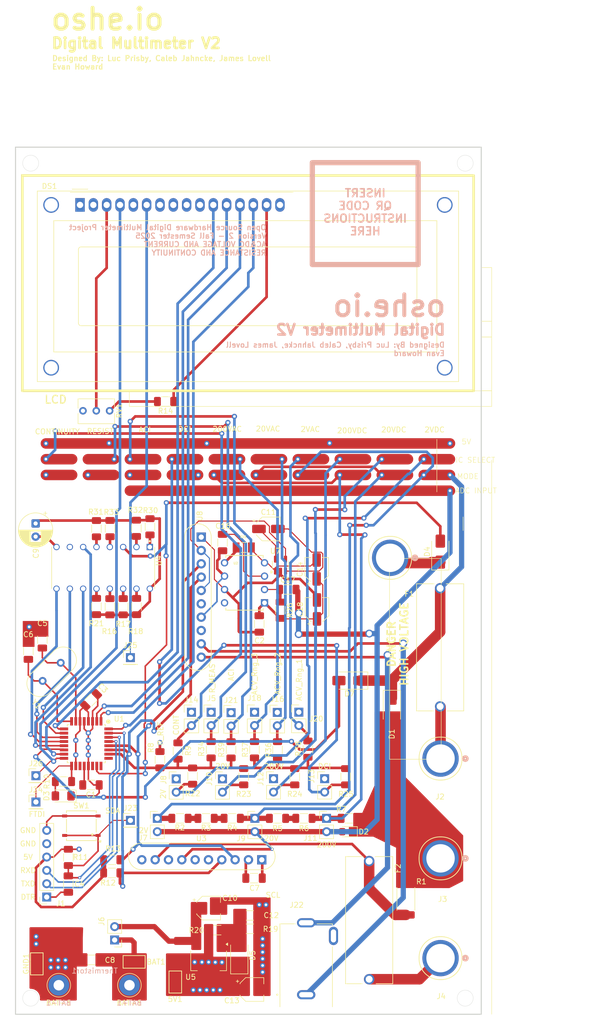
<source format=kicad_pcb>
(kicad_pcb (version 20241229) (generator "pcbnew") (generator_version "9.0")
  (title_block (title "OSHE DMM") (date "2025-02-10") (rev "V1") (company "Open Source Hardware Enterprise"))
  (layers (0 "F.Cu" signal) (4 "In1.Cu" signal) (6 "In2.Cu" signal) (2 "B.Cu" signal) (13 "F.Paste" user) (15 "B.Paste" user) (5 "F.SilkS" user "F.Silkscreen") (7 "B.SilkS" user "B.Silkscreen") (1 "F.Mask" user) (3 "B.Mask" user) (25 "Edge.Cuts" user))
  (net 0 "")
  (net 1 "GND")
  (net 2 "Net-(U1-AREF)")
  (net 3 "+5V")
  (net 4 "Net-(U1-XTAL1{slash}PB6)")
  (net 5 "Net-(U1-XTAL2{slash}PB7)")
  (net 6 "DTR")
  (net 7 "Net-(D5-A)")
  (net 8 "Net-(D3-A)")
  (net 9 "RXD")
  (net 10 "TXD")
  (net 11 "2V_Rang")
  (net 12 "SCK{slash}D13")
  (net 13 "D9")
  (net 14 "A2")
  (net 15 "A7")
  (net 16 "A1")
  (net 17 "A0")
  (net 18 "SDA")
  (net 19 "D5")
  (net 20 "MISO{slash}D12")
  (net 21 "D2")
  (net 22 "D4")
  (net 23 "SCL")
  (net 24 "D8")
  (net 25 "D10")
  (net 26 "D7")
  (net 27 "A6")
  (net 28 "MOSI{slash}D11")
  (net 29 "A3")
  (net 30 "D6")
  (net 31 "D3")
  (net 32 "Net-(U3-AIN2)")
  (net 37 "Net-(DS1-VO)")
  (net 39 "Net-(DS1-LED(+))")
  (net 40 "Net-(J6-Pin_2)")
  (net 41 "20V_Rang")
  (net 42 "Net-(U4-X0)")
  (net 43 "Current_Input")
  (net 44 "Voltage_Input")
  (net 45 "200V_Rang")
  (net 46 "V_ADC_Input")
  (net 47 "Net-(J8-Pin_2)")
  (net 48 "Net-(J10-Pin_2)")
  (net 49 "Net-(J12-Pin_2)")
  (net 50 "Net-(J13-Pin_2)")
  (net 51 "Net-(R2-Pad2)")
  (net 52 "Net-(R3-Pad2)")
  (net 53 "Net-(R5-Pad2)")
  (net 54 "Net-(U4-X1)")
  (net 55 "Net-(U4-X2)")
  (net 56 "Net-(U4-X3)")
  (net 57 "Net-(U4-X4)")
  (net 58 "Net-(U4-X5)")
  (net 59 "Net-(U4-X6)")
  (net 60 "Net-(U4-X7)")
  (net 62 "Net-(J5-Pin_2)")
  (net 63 "Net-(J14-Pin_2)")
  (net 64 "Net-(U7-C_{FLY+})")
  (net 65 "Net-(J16-Pin_2)")
  (net 66 "Net-(U7-C_{FLY-})")
  (net 67 "Net-(J18-Pin_2)")
  (net 68 "Net-(U2--Vs)")
  (net 69 "Net-(J20-Pin_2)")
  (net 70 "Net-(J21-Pin_2)")
  (net 71 "Net-(U2-Cav)")
  (net 72 "Net-(U2-OUTPUT)")
  (net 73 "Net-(U2-Vin)")
  (net 75 "Net-(U2-Cf)")
  (net 76 "Net-(U8-AIN3)")
  (net 77 "Net-(U8-AIN2)")
  (net 80 "Net-(J6-Pin_1)")
  (net 81 "Net-(J23-Pin_1)")
  (net 82 "Resistance_Input")
  (footprint "TestPoint:TestPoint_Keystone_5019_Minature" (layer "F.Cu") (at 142.7984 218.3212 180)
    (property "Reference" "BAT1")
    (property "Value" "TestPoint")
  )
  (footprint "Resistor_SMD:R_1206_3216Metric_Pad1.30x1.75mm_HandSolder" (layer "F.Cu") (at 130.265 198.4255 90)
    (property "Reference" "R11")
    (property "Value" "10k")
  )
  (footprint "Potentiometer_THT:Potentiometer_Bourns_3266Y_Vertical" (layer "F.Cu") (at 138.13 113.378)
    (property "Reference" "RV1")
    (property "Value" "10k - Pot")
  )
  (footprint "Display:WC1602A" (layer "F.Cu") (at 132.49 74.1745)
    (property "Reference" "DS1")
    (property "Value" "WC1602A")
  )
  (footprint "Capacitor_SMD:C_1206_3216Metric_Pad1.33x1.80mm_HandSolder" (layer "F.Cu") (at 134.6704 217.9402 180)
    (property "Reference" "C8")
    (property "Value" "10uF")
  )
  (footprint "Connector_PinHeader_2.54mm:PinHeader_1x01_P2.54mm_Vertical" (layer "F.Cu") (at 124.09 187.878)
    (property "Reference" "J24")
    (property "Value" "D13")
  )
  (footprint "Resistor_SMD:R_1206_3216Metric_Pad1.30x1.75mm_HandSolder" (layer "F.Cu") (at 161.27 177.938 90)
    (property "Reference" "R39")
    (property "Value" "2.7k")
  )
  (footprint "Diode_SMD:D_0805_2012Metric_Pad1.15x1.40mm_HandSolder" (layer "F.Cu") (at 183.4818 193.5308 180)
    (property "Reference" "D2")
    (property "Value" "VS4V8BU1ART7R")
  )
  (footprint "Capacitor_SMD:C_1206_3216Metric_Pad1.33x1.80mm_HandSolder" (layer "F.Cu") (at 165.6525 202.378)
    (property "Reference" "C7")
    (property "Value" "0.1uF")
  )
  (footprint "Resistor_SMD:R_1206_3216Metric_Pad1.30x1.75mm_HandSolder" (layer "F.Cu") (at 183.794 190.9908)
    (property "Reference" "R7")
    (property "Value" "10k")
  )
  (footprint "Resistor_SMD:R_1206_3216Metric_Pad1.30x1.75mm_HandSolder" (layer "F.Cu") (at 145.82 135.468 -90)
    (property "Reference" "R30")
    (property "Value" "100k")
  )
  (footprint "Resistor_SMD:R_1206_3216Metric_Pad1.30x1.75mm_HandSolder" (layer "F.Cu") (at 170.65 151.358 -90)
    (property "Reference" "R26")
    (property "Value" "1M")
  )
  (footprint "Capacitor_SMD:C_1206_3216Metric_Pad1.33x1.80mm_HandSolder" (layer "F.Cu") (at 134.575 184.6346 180)
    (property "Reference" "C1")
    (property "Value" "0.1uF")
  )
  (footprint "DMM_Footprint_Library:FUSE_4628" (layer "F.Cu") (at 187.59 210.378 90)
    (property "Reference" "F2")
    (property "Value" "5A")
  )
  (footprint "Package_TO_SOT_SMD:SOT-23-5" (layer "F.Cu") (at 170.7 142.7705 90)
    (property "Reference" "U7")
    (property "Value" "TPS60400DBV")
  )
  (footprint "ZC261500:MODULE_ZC261500" (layer "F.Cu") (at 155.7 192.2105)
    (property "Reference" "U3")
    (property "Value" "ADS1115IDGS")
  )
  (footprint "footprints:SAMESKY_MJ-3536N" (layer "F.Cu") (at 175.59 224.578)
    (property "Reference" "J22")
    (property "Value" "MJ-3536N")
  )
  (footprint "Connector_PinHeader_2.54mm:PinHeader_1x01_P2.54mm_Vertical" (layer "F.Cu") (at 124.09 182.878)
    (property "Reference" "J26")
    (property "Value" "D12")
  )
  (footprint "Package_QFP:TQFP-32_7x7mm_P0.8mm" (layer "F.Cu") (at 133.686 176.7606 -90)
    (property "Reference" "U1")
    (property "Value" "ATmega328P-A")
  )
  (footprint "TestPoint:TestPoint_THTPad_D4.0mm_Drill2.0mm" (layer "F.Cu") (at 128.4474 222.7662 180)
    (property "Reference" "BAT-1")
    (property "Value" "Pad")
  )
  (footprint "Capacitor_THT:CP_Radial_D6.3mm_P2.50mm" (layer "F.Cu") (at 124.03 134.838 -90)
    (property "Reference" "C9")
    (property "Value" "220u")
  )
  (footprint "Connector_PinHeader_2.54mm:PinHeader_1x01_P2.54mm_Vertical" (layer "F.Cu") (at 142.09 160.378)
    (property "Reference" "J25")
    (property "Value" "D11")
  )
  (footprint "Resistor_SMD:R_1206_3216Metric_Pad1.30x1.75mm_HandSolder" (layer "F.Cu") (at 161.4928 190.9908)
    (property "Reference" "R4")
    (property "Value" "100k")
  )
  (footprint "Resistor_SMD:R_1206_3216Metric_Pad1.30x1.75mm_HandSolder" (layer "F.Cu") (at 143.26 150.658 90)
    (property "Reference" "R18")
    (property "Value" "1k")
  )
  (footprint "Capacitor_SMD:C_1206_3216Metric_Pad1.33x1.80mm_HandSolder" (layer "F.Cu") (at 164.871 209.482)
    (property "Reference" "C12")
    (property "Value" "10uF")
  )
  (footprint "Capacitor_SMD:CP_Elec_4x4.5" (layer "F.Cu") (at 168.39 135.878)
    (property "Reference" "C11")
    (property "Value" "1uF")
  )
  (footprint "Resistor_SMD:R_1206_3216Metric_Pad1.30x1.75mm_HandSolder" (layer "F.Cu") (at 164.871 212.022)
    (property "Reference" "R19")
    (property "Value" "1.2k")
  )
  (footprint "footprints:CAPC3216X190N" (layer "F.Cu") (at 163.69 139.408 180)
    (property "Reference" "C15")
    (property "Value" "100uF")
  )
  (footprint "TestPoint:TestPoint_THTPad_D4.0mm_Drill2.0mm" (layer "F.Cu") (at 141.9094 222.7662 180)
    (property "Reference" "BAT+1")
    (property "Value" "Pad")
  )
  (footprint "Connector_PinSocket_2.54mm:PinSocket_1x06_P2.54mm_Vertical" (layer "F.Cu") (at 126.144 205.981 180)
    (property "Reference" "J1")
    (property "Value" "FTDI Basic")
  )
  (footprint "Diode_SMD:D_SMA" (layer "F.Cu") (at 191.922 170.112 -90)
    (property "Reference" "D1")
    (property "Value" "SMAJ200CA")
  )
  (footprint "Resistor_SMD:R_1206_3216Metric_Pad1.30x1.75mm_HandSolder" (layer "F.Cu") (at 138.19 150.698 90)
    (property "Reference" "R16")
    (property "Value" "49.5")
  )
  (footprint "Capacitor_SMD:C_1206_3216Metric_Pad1.33x1.80mm_HandSolder" (layer "F.Cu") (at 122.64673 159.149269 -90)
    (property "Reference" "C6")
    (property "Value" "22pF")
  )
  (footprint "Resistor_SMD:R_1206_3216Metric_Pad1.30x1.75mm_HandSolder" (layer "F.Cu") (at 135.62 135.828 -90)
    (property "Reference" "R31")
    (property "Value" "1M")
  )
  (footprint "Connector_PinHeader_2.54mm:PinHeader_1x02_P2.54mm_Vertical" (layer "F.Cu") (at 139.09 214.153 180)
    (property "Reference" "J6")
    (property "Value" "ON/OFF")
  )
  (footprint "Connector_PinHeader_2.54mm:PinHeader_1x02_P2.54mm_Vertical" (layer "F.Cu") (at 159.634 183.4674)
    (property "Reference" "J10")
    (property "Value" "Voltage Range 2")
  )
  (footprint "Diode_SMD:D_SMA" (layer "F.Cu") (at 183.83 164.758 180)
    (property "Reference" "D7")
    (property "Value" "SMAJ200A")
  )
  (footprint "Resistor_SMD:R_1206_3216Metric_Pad1.30x1.75mm_HandSolder" (layer "F.Cu") (at 153.949 182.939 -90)
    (property "Reference" "R22")
    (property "Value" "91k")
  )
  (footprint "footprints:PDIP-8_N" (layer "F.Cu") (at 160.03 142.328 180)
    (property "Reference" "U2")
    (property "Value" "AD736")
  )
  (footprint "Connector_PinHeader_2.54mm:PinHeader_1x02_P2.54mm_Vertical" (layer "F.Cu") (at 179.1056 183.447)
    (property "Reference" "J13")
    (property "Value" "DC Current Indication")
  )
  (footprint "DMM_Footprint_Library:FUSE_4628" (layer "F.Cu") (at 201.1168 158.428 90)
    (property "Reference" "F1")
    (property "Value" "500mA")
  )
  (footprint "Capacitor_SMD:C_1206_3216Metric_Pad1.33x1.80mm_HandSolder" (layer "F.Cu") (at 134.5942 168.461 45)
    (property "Reference" "C3")
    (property "Value" "0.1uF")
  )
  (footprint "Resistor_SMD:R_1206_3216Metric_Pad1.30x1.75mm_HandSolder" (layer "F.Cu") (at 163.6878 183.066 -90)
    (property "Reference" "R23")
    (property "Value" "39k")
  )
  (footprint "DMM_Footprint_Library:CONN_575-8_KEY" (layer "F.Cu") (at 201.193 198.61)
    (property "Reference" "J3")
    (property "Value" "GND")
  )
  (footprint "DMM_Footprint_Library:CONN_575-8_KEY" (layer "F.Cu") (at 191.59 141.378)
    (property "Reference" "J15")
    (property "Value" "Resistance")
  )
  (footprint "Resistor_SMD:R_1206_3216Metric_Pad1.30x1.75mm_HandSolder" (layer "F.Cu") (at 143.23 135.758 -90)
    (property "Reference" "R32")
    (property "Value" "4.99M")
  )
  (footprint "Resistor_SMD:R_1206_3216Metric_Pad1.30x1.75mm_HandSolder" (layer "F.Cu") (at 183.1188 183.066 -90)
    (property "Reference" "R25")
    (property "Value" "4.7k")
  )
  (footprint "Resistor_SMD:R_1206_3216Metric_Pad1.30x1.75mm_HandSolder" (layer "F.Cu") (at 165.74 177.928 90)
    (property "Reference" "R37")
    (property "Value" "6.8k")
  )
  (footprint "Resistor_SMD:R_1206_3216Metric_Pad1.30x1.75mm_HandSolder" (layer "F.Cu") (at 175.92 177.808 90)
    (property "Reference" "R38")
    (property "Value" "15k")
  )
  (footprint "Capacitor_SMD:CP_Elec_4x4.5" (layer "F.Cu") (at 165.252 223.579)
    (property "Reference" "C13")
    (property "Value" "1uF")
  )
  (footprint "Resistor_SMD:R_1206_3216Metric_Pad1.30x1.75mm_HandSolder" (layer "F.Cu") (at 156.5144 190.9908)
    (property "Reference" "R3")
    (property "Value" "330k")
  )
  (footprint "Resistor_SMD:R_1206_3216Metric_Pad1.30x1.75mm_HandSolder" (layer "F.Cu") (at 138.21 135.808 -90)
    (property "Reference" "R33")
    (property "Value" "10M")
  )
  (footprint "Connector_PinHeader_2.54mm:PinHeader_1x02_P2.54mm_Vertical" (layer "F.Cu") (at 165.75 170.778)
    (property "Reference" "J18")
    (property "Value" "AC Voltage Range 3")
  )
  (footprint "Resistor_SMD:R_1206_3216Metric_Pad1.30x1.75mm_HandSolder" (layer "F.Cu") (at 148.79 111.608)
    (property "Reference" "R14")
    (property "Value" "390")
  )
  (footprint "Capacitor_SMD:C_1206_3216Metric_Pad1.33x1.80mm_HandSolder" (layer "F.Cu") (at 166.65 153.9705 90)
    (property "Reference" "C2")
    (property "Value" "0.1uF")
  )
  (footprint "Resistor_SMD:R_1206_3216Metric_Pad1.30x1.75mm_HandSolder" (layer "F.Cu") (at 147.72 179.828 -90)
    (property "Reference" "R8")
    (property "Value" "1k")
  )
  (footprint "Crystal:Crystal_HC49-U_Vertical" (layer "F.Cu") (at 125.359319 164.818681 45)
    (property "Reference" "Y1")
    (property "Value" "16MHz")
  )
  (footprint "Connector_PinHeader_2.54mm:PinHeader_1x02_P2.54mm_Vertical" (layer "F.Cu") (at 153.72 170.788)
    (property "Reference" "J14")
    (property "Value" "Continuity")
  )
  (footprint "Diode_SMD:D_SMA" (layer "F.Cu") (at 201.15 140.198 90)
    (property "Reference" "D4")
    (property "Value" "SMAJ200A")
  )
  (footprint "Resistor_SMD:R_1206_3216Metric_Pad1.30x1.75mm_HandSolder" (layer "F.Cu") (at 175.158 190.9908)
    (property "Reference" "R6")
    (property "Value" "43k")
  )
  (footprint "Resistor_SMD:R_1206_3216Metric_Pad1.30x1.75mm_HandSolder" (layer "F.Cu") (at 138.54 201.378)
    (property "Reference" "R13")
    (property "Value" "10k")
  )
  (footprint "Capacitor_SMD:CP_Elec_4x4.5" (layer "F.Cu") (at 177.65 151.208 90)
    (property "Reference" "C18")
    (property "Value" "1uF")
  )
  (footprint "Connector_PinHeader_2.54mm:PinHeader_1x02_P2.54mm_Vertical" (layer "F.Cu") (at 147.218 190.9908)
    (property "Reference" "J7")
    (property "Value" "Voltage Range 1")
  )
  (footprint "ZC261500:MODULE_ZC261500" (layer "F.Cu") (at 148.9225 148.868 90)
    (property "Reference" "U8")
    (property "Value" "ADS1115IDGS")
  )
  (footprint "Connector_PinHeader_2.54mm:PinHeader_1x02_P2.54mm_Vertical" (layer "F.Cu") (at 179.476 190.9908)
    (property "Reference" "J11")
    (property "Value" "Voltage Range 3")
  )
  (footprint "Capacitor_SMD:CP_Elec_4x4.5" (layer "F.Cu") (at 177.59 143.578 90)
    (property "Reference" "C14")
    (property "Value" "1uF")
  )
  (footprint "Capacitor_SMD:C_1206_3216Metric_Pad1.33x1.80mm_HandSolder" (layer "F.Cu") (at 130.265 203.5055 -90)
    (property "Reference" "C4")
    (property "Value" "0.1uF")
  )
  (footprint "Package_TO_SOT_SMD:SOT-223-3_TabPin2" (layer "F.Cu") (at 156.997 218.0926 -90)
    (property "Reference" "U5")
    (property "Value" "LM317_SOT-223")
  )
  (footprint "Resistor_SMD:R_1206_3216Metric_Pad1.30x1.75mm_HandSolder" (layer "F.Cu") (at 173.416 183.066 -90)
    (property "Reference" "R24")
    (property "Value" "24k")
  )
  (footprint "Resistor_SMD:R_2512_6332Metric_Pad1.40x3.35mm_HandSolder" (layer "F.Cu") (at 194.59 206.328 90)
    (property "Reference" "R1")
    (property "Value" "0.05")
  )
  (footprint "Connector_PinHeader_2.54mm:PinHeader_1x02_P2.54mm_Vertical" (layer "F.Cu") (at 169.365 183.447)
    (property "Reference" "J12")
    (property "Value" "Voltage Range 3")
  )
  (footprint "Resistor_SMD:R_1206_3216Metric_Pad1.30x1.75mm_HandSolder" (layer "F.Cu") (at 170.13 177.938 90)
    (property "Reference" "R36")
    (property "Value" "10k")
  )
  (footprint "Connector_PinHeader_2.54mm:PinHeader_1x02_P2.54mm_Vertical" (layer "F.Cu") (at 174.19 170.768)
    (property "Reference" "J20")
    (property "Value" "AC Voltage Range 1")
  )
  (footprint "Connector_PinHeader_2.54mm:PinHeader_1x02_P2.54mm_Vertical" (layer "F.Cu") (at 170.08 170.818)
    (property "Reference" "J16")
    (property "Value" "AC Voltage Range 2")
  )
  (footprint "DMM_Footprint_Library:CONN_575-8_KEY" (layer "F.Cu") (at 201.193 179.61)
    (property "Reference" "J2")
    (property "Value" "Voltage")
  )
  (footprint "Resistor_SMD:R_1206_3216Metric_Pad1.30x1.75mm_HandSolder" (layer "F.Cu") (at 135.62 150.648 90)
    (property "Reference" "R21")
    (property "Value" "10k")
  )
  (footprint "Connector_PinHeader_2.54mm:PinHeader_1x01_P2.54mm_Vertical" (layer "F.Cu") (at 142.09 191.378)
    (property "Reference" "J23")
    (property "Value" "Reset")
  )
  (footprint "Resistor_SMD:R_1206_3216Metric_Pad1.30x1.75mm_HandSolder" (layer "F.Cu") (at 151.536 190.9908)
    (property "Reference" "R2")
    (property "Value" "470k")
  )
  (footprint "TestPoint:TestPoint_Keystone_5019_Minature" (layer "F.Cu") (at 124.2564 218.7022 -90)
    (property "Reference" "GND1")
    (property "Value" "TestPoint")
  )
  (footprint "DMM_Footprint_Library:CONN_575-8_KEY" (layer "F.Cu") (at 201.193 217.61)
    (property "Reference" "J4")
    (property "Value" "Current")
  )
  (footprint "Capacitor_SMD:CP_Elec_4x4.5" (layer "F.Cu") (at 156.997 208.085)
    (property "Reference" "C10")
    (property "Value" "1uF")
  )
  (footprint "Resistor_SMD:R_1206_3216Metric_Pad1.30x1.75mm_HandSolder" (layer "F.Cu") (at 170.1288 190.9908)
    (property "Reference" "R5")
    (property "Value" "47k")
  )
  (footprint "TestPoint:TestPoint_Keystone_5019_Minature" (layer "F.Cu") (at 150.647 222.1566 90)
    (property "Reference" "5V1")
    (property "Value" "TestPoint")
  )
  (footprint "Connector_PinHeader_2.54mm:PinHeader_1x02_P2.54mm_Vertical" (layer "F.Cu") (at 165.8108 190.9858)
    (property "Reference" "J9")
    (property "Value" "Voltage Range 2")
  )
  (footprint "Diode_SMD:D_SMA" (layer "F.Cu") (at 162.839 217.102 90)
    (property "Reference" "D5")
    (property "Value" "S1B")
  )
  (footprint "LED_SMD:LED_1206_3216Metric_Pad1.42x1.75mm_HandSolder" (layer "F.Cu") (at 129.2856 186.7236 180)
    (property "Reference" "D3")
    (property "Value" "Green")
  )
  (footprint "Resistor_SMD:R_1206_3216Metric_Pad1.30x1.75mm_HandSolder" (layer "F.Cu") (at 129.3364 183.9804)
    (property "Reference" "R10")
    (property "Value" "390")
  )
  (footprint "Capacitor_SMD:C_1206_3216Metric_Pad1.33x1.80mm_HandSolder" (layer "F.Cu") (at 172.0875 147.408)
    (property "Reference" "C17")
    (property "Value" "10uF")
  )
  (footprint "Capacitor_SMD:C_1206_3216Metric_Pad1.33x1.80mm_HandSolder" (layer "F.Cu") (at 125.31373 156.990269 90)
    (property "Reference" "C5")
    (property "Value" "22pF")
  )
  (footprint "MAX4617CPE:DIP794W47P254L1943H457Q16" (layer "F.Cu") (at 136.9 143.288 -90)
    (property "Reference" "U4")
    (property "Value" "MAX4617CPE")
  )
  (footprint "Resistor_SMD:R_1206_3216Metric_Pad1.30x1.75mm_HandSolder" (layer "F.Cu") (at 138.54 198.878)
    (property "Reference" "R12")
    (property "Value" "10k")
  )
  (footprint "Connector_PinHeader_2.54mm:PinHeader_1x02_P2.54mm_Vertical" (layer "F.Cu") (at 161.28 170.868)
    (property "Reference" "J21")
    (property "Value" "AC Current Indication")
  )
  (footprint "Connector_PinHeader_2.54mm:PinHeader_1x02_P2.54mm_Vertical" (layer "F.Cu") (at 157.48 170.788)
    (property "Reference" "J5")
    (property "Value" "Resistance Meas")
  )
  (footprint "Resistor_SMD:R_1206_3216Metric_Pad1.30x1.75mm_HandSolder" (layer "F.Cu") (at 140.72 150.688 90)
    (property "Reference" "R17")
    (property "Value" "100")
  )
  (footprint "Resistor_SMD:R_1206_3216Metric_Pad1.30x1.75mm_HandSolder" (layer "F.Cu") (at 158.648 212.276)
    (property "Reference" "R20")
    (property "Value" "390")
  )
  (footprint "Resistor_SMD:R_1206_3216Metric_Pad1.30x1.75mm_HandSolder" (layer "F.Cu") (at 157.47 177.928 90)
    (property "Reference" "R34")
    (property "Value" "1.3k" (hide yes))
  )
  (footprint "Connector_PinHeader_2.54mm:PinHeader_1x02_P2.54mm_Vertical" (layer "F.Cu") (at 150.82 183.468)
    (property "Reference" "J8")
    (property "Value" "Voltage Range 1")
  )
  (footprint "Resistor_SMD:R_1206_3216Metric_Pad1.30x1.75mm_HandSolder" (layer "F.Cu") (at 151.16 178.168 90)
    (property "Reference" "R9")
    (property "Value" "220")
  )
  (footprint "DMM_Footprint_Library:SMT_FS" (layer "F.Cu") (at 132.748 192.392 180)
    (property "Reference" "SW1")
    (property "Value" "PTS526 SK15 SMTR2 LFS")
  )
  (footprint "Capacitor_SMD:C_1206_3216Metric_Pad1.33x1.80mm_HandSolder" (layer "F.Cu") (at 159.65 138.4705 -90)
    (property "Reference" "C16")
    (property "Value" "10uF")
  )
  (gr_line (start 133.99 125.598) (end 138.99 125.598) (stroke (width 2)) (layer "F.Cu"))
  (gr_line (start 189.99 125.598) (end 194.99 125.598) (stroke (width 2)) (layer "F.Cu") (net 41))
  (gr_line (start 173.99 122.598) (end 178.99 122.598) (stroke (width 2)) (layer "F.Cu") (net 69))
  (gr_line (start 133.99 122.598) (end 138.99 122.598) (stroke (width 2)) (layer "F.Cu") (net 62))
  (gr_line (start 149.99 125.598) (end 154.99 125.598) (stroke (width 2)) (layer "F.Cu"))
  (gr_line (start 197.99 125.598) (end 202.99 125.598) (stroke (width 2)) (layer "F.Cu") (net 11))
  (gr_line (start 141.99 122.598) (end 146.99 122.598) (stroke (width 2)) (layer "F.Cu") (net 70))
  (gr_line (start 141.99 125.598) (end 146.99 125.598) (stroke (width 2)) (layer "F.Cu"))
  (gr_line (start 181.99 122.598) (end 186.99 122.598) (stroke (width 2)) (layer "F.Cu") (net 49))
  (gr_line (start 125.99 125.598) (end 130.99 125.598) (stroke (width 2)) (layer "F.Cu"))
  (gr_line (start 125.99 122.598) (end 130.99 122.598) (stroke (width 2)) (layer "F.Cu") (net 63))
  (gr_line (start 202.99 119.598) (end 125.99 119.598) (stroke (width 2)) (layer "F.Cu") (net 3))
  (gr_line (start 157.99 122.598) (end 162.99 122.598) (stroke (width 2)) (layer "F.Cu") (net 67))
  (gr_line (start 202.99 128.598) (end 141.99 128.598) (stroke (width 2)) (layer "F.Cu") (net 46))
  (gr_line (start 149.99 122.598) (end 154.99 122.598) (stroke (width 2)) (layer "F.Cu") (net 50))
  (gr_line (start 157.99 125.598) (end 162.99 125.598) (stroke (width 2)) (layer "F.Cu") (net 45))
  (gr_line (start 181.99 125.598) (end 186.99 125.598) (stroke (width 2)) (layer "F.Cu") (net 45))
  (gr_line (start 165.99 122.598) (end 170.99 122.598) (stroke (width 2)) (layer "F.Cu") (net 65))
  (gr_line (start 165.99 125.598) (end 170.99 125.598) (stroke (width 2)) (layer "F.Cu") (net 41))
  (gr_line (start 173.99 125.598) (end 178.99 125.598) (stroke (width 2)) (layer "F.Cu") (net 11))
  (gr_line (start 197.99 122.598) (end 202.99 122.598) (stroke (width 2)) (layer "F.Cu") (net 47))
  (gr_line (start 189.99 122.598) (end 194.99 122.598) (stroke (width 2)) (layer "F.Cu") (net 48))
  (gr_line (start 205.49 133.598) (end 205.5 136.178) (stroke (width 0.1)) (layer "F.SilkS"))
  (gr_line (start 200.49 118.828) (end 200.49 128.828) (stroke (width 0.1)) (layer "F.SilkS"))
  (gr_rect (start 141.89 109.577) (end 208.94 112.558) (stroke (width 0.1)) (fill no) (layer "F.SilkS"))
  (gr_line (start 210.94 125.788) (end 210.94 122.788) (stroke (width 0.1)) (layer "F.SilkS"))
  (gr_rect (start 208.94 99.328) (end 210.94 109.558) (stroke (width 0.1)) (fill no) (layer "F.SilkS"))
  (gr_line (start 173.11 71.768) (end 130.61 71.768) (stroke (width 0.1)) (layer "F.SilkS"))
  (gr_rect (start 208.94 96.328) (end 210.94 99.328) (stroke (width 0.1)) (fill no) (layer "F.SilkS"))
  (gr_rect (start 121.5005 68.577) (end 207.5005 109.577) (stroke (width 0.5)) (fill no) (layer "F.SilkS"))
  (gr_rect (start 208.94 109.558) (end 210.94 112.558) (stroke (width 0.1)) (fill no) (layer "F.SilkS"))
  (gr_rect (start 208.94 86.098) (end 210.94 96.328) (stroke (width 0.1)) (fill no) (layer "F.SilkS"))
  (gr_rect (start 191.463 141.505) (end 201.32 179.737) (stroke (width 0.1)) (fill no) (layer "F.SilkS"))
  (gr_rect (start 210.94 125.788) (end 210.94 228.288) (stroke (width 0.1)) (fill no) (layer "F.SilkS"))
  (gr_rect (start 176.7582 66.1244) (end 196.9258 85.53) (stroke (width 1)) (fill no) (layer "B.SilkS"))
  (gr_circle (center 205.892 66.226) (end 207.416 66.226) (stroke (width 0.05)) (fill no) (layer "Edge.Cuts"))
  (gr_circle (center 123.088 225.23) (end 124.612 225.23) (stroke (width 0.05)) (fill no) (layer "Edge.Cuts"))
  (gr_rect (start 120.2 63.178) (end 208.95 228.298) (stroke (width 0.2)) (fill no) (layer "Edge.Cuts"))
  (gr_circle (center 205.892 225.23) (end 205.892 223.706) (stroke (width 0.05)) (fill no) (layer "Edge.Cuts"))
  (gr_circle (center 123.088 66.226) (end 124.612 66.226) (stroke (width 0.05)) (fill no) (layer "Edge.Cuts"))
  (gr_text "ACI" (at 144.84 117.558 0) (layer "F.SilkS") (effects (font (size 1 1)) (justify bottom)))
  (gr_text "R_REF" (at 148.43 174.828 90) (layer "F.SilkS") (effects (font (size 1 1)) (justify bottom)))
  (gr_text "20V" (at 159.664 181.669 0) (layer "F.SilkS") (effects (font (size 1 1)) (justify bottom)))
  (gr_text "200V" (at 179.476 196.5788 0) (layer "F.SilkS") (effects (font (size 1 1)) (justify bottom)))
  (gr_text "20V" (at 168.926051 195.378 0) (layer "F.SilkS") (effects (font (size 1 1)) (justify bottom)))
  (gr_text "TXD" (at 122.588 203.441 0) (layer "F.SilkS") (effects (font (size 1 1))))
  (gr_text "2V" (at 148.93 186.368 90) (layer "F.SilkS") (effects (font (size 1 1)) (justify bottom)))
  (gr_text "5V" (at 122.588 198.361 0) (layer "F.SilkS") (effects (font (size 1 1))))
  (gr_text "ACV_Rng_3" (at 166.34 163.508 90) (layer "F.SilkS") (effects (font (size 1 1)) (justify bottom)))
  (gr_text "LCD" (at 127.85 111.238 0) (layer "F.SilkS") (effects (font (size 1.5 1.5) (thickness 0.25) (bold yes))))
  (gr_text "RXD" (at 122.588 200.901 0) (layer "F.SilkS") (effects (font (size 1 1))))
  (gr_text "DTR" (at 122.588 205.981 0) (layer "F.SilkS") (effects (font (size 1 1))))
  (gr_text "oshe.io" (at 126.58 38.808 0) (layer "F.SilkS") (effects (font (size 4 4) (thickness 0.75) (bold yes)) (justify left)))
  (gr_text "Digital Multimeter V2" (at 126.834 43.38 0) (layer "F.SilkS") (effects (font (size 2 2) (thickness 0.5) (bold yes)) (justify left)))
  (gr_text "MODE" (at 204.28 126.448 0) (layer "F.SilkS") (effects (font (size 1 1) (thickness 0.1)) (justify left bottom)))
  (gr_text "DCI" (at 179.095 181.669 0) (layer "F.SilkS") (effects (font (size 1 1)) (justify bottom)))
  (gr_text "GND" (at 122.588 195.821 0) (layer "F.SilkS") (effects (font (size 1 1))))
  (gr_text "200V" (at 169.443 181.669 0) (layer "F.SilkS") (effects (font (size 1 1)) (justify bottom)))
  (gr_text "Designed By: Luc Prisby, Caleb Jahncke, James Lovell\nEvan Howard" (at 127.088 47.063 0) (layer "F.SilkS") (effects (font (size 1 1) (thickness 0.2) (bold yes)) (justify left)))
  (gr_text "2VAC" (at 176.37 117.478 0) (layer "F.SilkS") (effects (font (size 1 1)) (justify bottom)))
  (gr_text "20VDC" (at 192.28 117.568 0) (layer "F.SilkS") (effects (font (size 1 1)) (justify bottom)))
  (gr_text "IC SELECT" (at 203.97 123.338 0) (layer "F.SilkS") (effects (font (size 1 1) (thickness 0.1)) (justify left bottom)))
  (gr_text "R_MEAS" (at 158.27 164.318 90) (layer "F.SilkS") (effects (font (size 1 1)) (justify bottom)))
  (gr_text "GND" (at 122.588 193.281 0) (layer "F.SilkS") (effects (font (size 1 1))))
  (gr_text "ACI" (at 161.88 163.678 90) (layer "F.SilkS") (effects (font (size 1 1)) (justify bottom)))
  (gr_text "ACV_Rng_2" (at 170.74 163.448 90) (layer "F.SilkS") (effects (font (size 1 1)) (justify bottom)))
  (gr_text "2VDC" (at 200.05 117.568 0) (layer "F.SilkS") (effects (font (size 1 1)) (justify bottom)))
  (gr_text "ADC INPUT" (at 203.9 129.178 0) (layer "F.SilkS") (effects (font (size 1 1) (thickness 0.1)) (justify left bottom)))
  (gr_text "20VAC" (at 168.31 117.398 0) (layer "F.SilkS") (effects (font (size 1 1)) (justify bottom)))
  (gr_text "CONTINUITY" (at 128.17 117.928 0) (layer "F.SilkS") (effects (font (size 1 1)) (justify bottom)))
  (gr_text "ACV_Rng_1" (at 174.82 164.618 90) (layer "F.SilkS") (effects (font (size 1 1)) (justify bottom)))
  (gr_text "CONT" (at 151.39 173.218 90) (layer "F.SilkS") (effects (font (size 1 1)) (justify bottom)))
  (gr_text "200VDC" (at 184.35 117.738 0) (layer "F.SilkS") (effects (font (size 1 1)) (justify bottom)))
  (gr_text "SDA" (at 138.709 189.543 0) (layer "F.SilkS") (effects (font (size 1 1))))
  (gr_text "200VAC" (at 160.54 117.438 0) (layer "F.SilkS") (effects (font (size 1 1)) (justify bottom)))
  (gr_text "5V" (at 205.15 119.858 0) (layer "F.SilkS") (effects (font (size 1 1) (thickness 0.1)) (justify left bottom)))
  (gr_text "DCI" (at 152.44 117.458 0) (layer "F.SilkS") (effects (font (size 1 1)) (justify bottom)))
  (gr_text "2V" (at 144.59 193.878 0) (layer "F.SilkS") (effects (font (size 1 1)) (justify bottom)))
  (gr_text "DANGER\nHIGH VOLTAGE" (at 193.05 157.798 90) (layer "F.SilkS") (effects (font (size 1.5 1.5) (thickness 0.3) (bold yes))))
  (gr_text "RESIST" (at 136.34 117.858 0) (layer "F.SilkS") (effects (font (size 1 1)) (justify bottom)))
  (gr_text "SCL" (at 169.2652 205.5958 0) (layer "F.SilkS") (effects (font (size 1 1))))
  (gr_text "FTDI" (at 124.2755 190.1965 0) (layer "F.SilkS") (effects (font (size 1 1))))
  (gr_text "Open Source Hardware Digital Multimeter Project\nVersion 2 - Fall Semester 2025\nAC&DC VOLTAGE AND CURRENT\nRESISTANCE AND CONTINUITY" (at 168.09 80.878 0) (layer "B.SilkS") (effects (font (size 1 1) (thickness 0.2) (bold yes)) (justify left mirror)))
  (gr_text "oshe.io" (at 202.59 93.378 0) (layer "B.SilkS") (effects (font (size 4 4) (thickness 0.75) (bold yes)) (justify left mirror)))
  (gr_text "BAT-1" (at 128.422 226.119 0) (layer "B.SilkS") (effects (font (size 1 1)) (justify mirror)))
  (gr_text "Digital Multimeter V2" (at 202.336 97.95 0) (layer "B.SilkS") (effects (font (size 2 2) (thickness 0.5) (bold yes)) (justify left mirror)))
  (gr_text "Thermistor1" (at 135.28 220.023 0) (layer "B.SilkS") (effects (font (size 1 1)) (justify mirror)))
  (gr_text "INSERT\nQR CODE\nINSTRUCTIONS\nHERE" (at 186.842 71.052 0) (layer "B.SilkS") (effects (font (size 1.5 1.5) (thickness 0.3) (bold yes)) (justify top mirror)))
  (gr_text "Designed By: Luc Prisby, Caleb Jahncke, James Lovell\nEvan Howard" (at 202.082 101.633 0) (layer "B.SilkS") (effects (font (size 1 1) (thickness 0.2) (bold yes)) (justify left mirror)))
  (gr_text "BAT+1" (at 141.884 226.119 0) (layer "B.SilkS") (effects (font (size 1 1)) (justify mirror)))
  (via (at 125.99 125.578) (size 1) (drill 0.5) (layers "F.Cu" "B.Cu") (net 0))
  (via (at 141.99 125.598) (size 1) (drill 0.5) (layers "F.Cu" "B.Cu") (net 0))
  (via (at 133.99 125.598) (size 1) (drill 0.5) (layers "F.Cu" "B.Cu") (net 0))
  (via (at 155.02 125.608) (size 1) (drill 0.5) (layers "F.Cu" "B.Cu") (net 0))
  (segment (start 184.5068 193.5308) (end 184.5068 193.6816) (width 0.2) (layer "F.Cu") (net 1))
  (segment (start 168.59 135.38184) (end 167.58616 134.378) (width 0.2) (layer "F.Cu") (net 1))
  (segment (start 136.1375 186.1201) (end 136.1375 184.6346) (width 0.3) (layer "F.Cu") (net 1))
  (segment (start 134.086 181.0106) (end 134.086 178.9386) (width 0.3) (layer "F.Cu") (net 1))
  (segment (start 134.886 172.5106) (end 134.886 173.9096) (width 0.3) (layer "F.Cu") (net 1))
  (segment (start 155.09 134.378) (end 153.59 135.878) (width 0.2) (layer "F.Cu") (net 1))
  (segment (start 133.286 172.5106) (end 133.286 173.9476) (width 0.3) (layer "F.Cu") (net 1))
  (segment (start 171.65 141.633) (end 171.65 139.61416) (width 0.2) (layer "F.Cu") (net 1))
  (segment (start 153.59 135.878) (end 153.59 137.978) (width 0.2) (layer "F.Cu") (net 1))
  (segment (start 135.699054 167.356146) (end 135.699054 167.356054) (width 0.2) (layer "F.Cu") (net 1))
  (segment (start 135.8642 169.5786) (end 135.8642 167.699092) (width 0.3) (layer "F.Cu") (net 1))
  (segment (start 127.2362 190.5378) (end 126.144 191.63) (width 0.3) (layer "F.Cu") (net 1))
  (segment (start 166.65 150.948) (end 167.65 149.948) (width 0.5) (layer "F.Cu") (net 1))
  (segment (start 124.03 137.338) (end 126.03 137.338) (width 0.5) (layer "F.Cu") (net 1))
  (segment (start 128.24 139.088) (end 128.01 139.318) (width 0.2) (layer "F.Cu") (net 1))
  (segment (start 135.534 186.7236) (end 136.1375 186.1201) (width 0.3) (layer "F.Cu") (net 1))
  (segment (start 134.086 183.6376) (end 134.086 181.0106) (width 0.3) (layer "F.Cu") (net 1))
  (segment (start 135.8642 167.699092) (end 135.546654 167.381546) (width 0.3) (layer "F.Cu") (net 1))
  (segment (start 133.286 173.9476) (end 134.067 174.7286) (width 0.3) (layer "F.Cu") (net 1))
  (segment (start 135.92935 190.5378) (end 129.56665 190.5378) (width 0.3) (layer "F.Cu") (net 1))
  (segment (start 126.03 137.338) (end 128.01 139.318) (width 0.5) (layer "F.Cu") (net 1))
  (segment (start 167.69 149.948) (end 167.65 149.948) (width 0.2) (layer "F.Cu") (net 1))
  (segment (start 134.067 174.7286) (end 134.067 178.9196) (width 0.3) (layer "F.Cu") (net 1))
  (segment (start 126.525 195.44) (end 126.144 195.821) (width 0.3) (layer "F.Cu") (net 1))
  (segment (start 171.65 139.61416) (end 168.59 136.55416) (width 0.2) (layer "F.Cu") (net 1))
  (segment (start 168.59 136.55416) (end 168.59 135.38184) (width 0.2) (layer "F.Cu") (net 1))
  (segment (start 134.067 178.9196) (end 134.086 178.9386) (width 0.3) (layer "F.Cu") (net 1))
  (segment (start 178.751 146.539) (end 177.59 145.378) (width 0.2) (layer "F.Cu") (net 1))
  (segment (start 130.7731 186.7236) (end 135.534 186.7236) (width 0.3) (layer "F.Cu") (net 1))
  (segment (start 167.58616 134.378) (end 155.09 134.378) (width 0.2) (layer "F.Cu") (net 1))
  (segment (start 177.65 153.008) (end 170.75 153.008) (width 0.2) (layer "F.Cu") (net 1))
  (segment (start 166.65 152.408) (end 166.65 150.948) (width 0.5) (layer "F.Cu") (net 1))
  (segment (start 164.09 202.378) (end 164.09 199.378) (width 0.5) (layer "F.Cu") (net 1))
  (segment (start 135.083 184.6346) (end 134.086 183.6376) (width 0.3) (layer "F.Cu") (net 1))
  (segment (start 164.09 199.378) (end 164.59 198.878) (width 0.2) (layer "F.Cu") (net 1))
  (segment (start 134.886 172.5106) (end 134.886 170.5568) (width 0.3) (layer "F.Cu") (net 1))
  (segment (start 129.56665 190.5378) (end 127.2362 190.5378) (width 0.3) (layer "F.Cu") (net 1))
  (segment (start 147.72 176.558) (end 147.71 176.548) (width 0.2) (layer "F.Cu") (net 1))
  (segment (start 177.65 153.008) (end 178.751 151.907) (width 0.2) (layer "F.Cu") (net 1))
  (segment (start 147.72 178.278) (end 147.72 176.558) (width 0.5) (layer "F.Cu") (net 1))
  (segment (start 134.886 170.5568) (end 135.8642 169.5786) (width 0.3) (layer "F.Cu") (net 1))
  (segment (start 134.886 173.9096) (end 134.067 174.7286) (width 0.3) (layer "F.Cu") (net 1))
  (segment (start 170.65 152.908) (end 167.69 149.948) (width 0.5) (layer "F.Cu") (net 1))
  (segment (start 136.5185 184.6346) (end 135.083 184.6346) (width 0.3) (layer "F.Cu") (net 1))
  (segment (start 153.59 137.978) (end 155.59 139.978) (width 0.2) (layer "F.Cu") (net 1))
  (segment (start 178.751 151.907) (end 178.751 146.539) (width 0.2) (layer "F.Cu") (net 1))
  (segment (start 171.8 141.483) (end 171.65 141.633) (width 0.2) (layer "F.Cu") (net 1))
  (segment (start 126.144 191.63) (end 126.144 193.281) (width 0.3) (layer "F.Cu") (net 1))
  (segment (start 170.75 153.008) (end 170.65 152.908) (width 0.2) (layer "F.Cu") (net 1))
  (via (at 126.9234 217.991) (size 1) (drill 0.5) (layers "F.Cu" "B.Cu") (net 1))
  (via (at 128.3204 217.991) (size 1) (drill 0.5) (layers "F.Cu" "B.Cu") (net 1))
  (via (at 166.649 207.45) (size 1) (drill 0.5) (layers "F.Cu" "B.Cu") (net 1))
  (via (at 134.067 178.9196) (size 1) (drill 0.5) (layers "F.Cu" "B.Cu") (net 1))
  (via (at 167.284 216.467) (size 1) (drill 0.5) (layers "F.Cu" "B.Cu") (net 1))
  (via (at 129.7174 217.991) (size 1) (drill 0.5) (layers "F.Cu" "B.Cu") (net 1))
  (via (at 124.1294 214.8922) (size 1) (drill 0.5) (layers "F.Cu" "B.Cu") (net 1))
  (via (at 167.284 213.927) (size 1) (drill 0.5) (layers "F.Cu" "B.Cu") (net 1))
  (via (at 126.9234 219.388) (size 1) (drill 0.5) (layers "F.Cu" "B.Cu") (net 1))
  (via (at 147.72 176.558) (size 1) (drill 0.5) (layers "F.Cu" "B.Cu") (net 1))
  (via (at 129.7174 219.388) (size 1) (drill 0.5) (layers "F.Cu" "B.Cu") (net 1))
  (via (at 167.284 220.277) (size 1) (drill 0.5) (layers "F.Cu" "B.Cu") (net 1))
  (via (at 167.284 215.197) (size 1) (drill 0.5) (layers "F.Cu" "B.Cu") (net 1))
  (via (at 122.79913 154.526469) (size 1) (drill 0.5) (layers "F.Cu" "B.Cu") (net 1))
  (via (at 167.284 217.737) (size 1) (drill 0.5) (layers "F.Cu" "B.Cu") (net 1))
  (via (at 124.1294 213.4952) (size 1) (drill 0.5) (layers "F.Cu" "B.Cu") (net 1))
  (via (at 134.067 176.1256) (size 1) (drill 0.5) (layers "F.Cu" "B.Cu") (net 1))
  (via (at 134.067 177.5226) (size 1) (drill 0.5) (layers "F.Cu" "B.Cu") (net 1))
  (via (at 167.284 219.007) (size 1) (drill 0.5) (layers "F.Cu" "B.Cu") (net 1))
  (via (at 128.3204 219.388) (size 1) (drill 0.5) (layers "F.Cu" "B.Cu") (net 1))
  (via (at 167.919 207.45) (size 1) (drill 0.5) (layers "F.Cu" "B.Cu") (net 1))
  (via (at 134.067 174.7286) (size 1) (drill 0.5) (layers "F.Cu" "B.Cu") (net 1))
  (segment (start 155.65 147.568) (end 157.15 146.068) (width 0.2) (layer "B.Cu") (net 1))
  (segment (start 157.15 146.068) (end 157.15 141.448) (width 0.2) (layer "B.Cu") (net 1))
  (segment (start 157.15 141.448) (end 155.65 139.948) (width 0.2) (layer "B.Cu") (net 1))
  (segment (start 133.286 181.0106) (end 133.286 184.5271) (width 0.3) (layer "F.Cu") (net 2))
  (segment (start 133.286 184.5271) (end 133.3935 184.6346) (width 0.2) (layer "F.Cu") (net 2))
  (segment (start 125.09 207.878) (end 124.09 206.878) (width 0.5) (layer "F.Cu") (net 3))
  (segment (start 145.82 133.918) (end 147.64 133.918) (width 0.5) (layer "F.Cu") (net 3))
  (segment (start 133.1337 169.8453) (end 134.086 170.7976) (width 0.3) (layer "F.Cu") (net 3))
  (segment (start 145.79 149.678) (end 145.79 147.258) (width 0.5) (layer "F.Cu") (net 3))
  (segment (start 138.19 134.278) (end 138.21 134.258) (width 0.2) (layer "F.Cu") (net 3))
  (segment (start 130.265 196.8755) (end 128.95665 196.8755) (width 0.3) (layer "F.Cu") (net 3))
  (segment (start 177.65 149.408) (end 177.65 148.658) (width 0.5) (layer "F.Cu") (net 3))
  (segment (start 136.99 201.928) (end 131.04 207.878) (width 0.5) (layer "F.Cu") (net 3))
  (segment (start 135.62 134.278) (end 138.19 134.278) (width 0.5) (layer "F.Cu") (net 3))
  (segment (start 162.75 150.128) (end 161.59 148.968) (width 0.5) (layer "F.Cu") (net 3))
  (segment (start 132.486 172.5106) (end 132.486 170.493) (width 0.3) (layer "F.Cu") (net 3))
  (segment (start 161.59 148.968) (end 160.03 147.408) (width 0.5) (layer "F.Cu") (net 3))
  (segment (start 158.099 145.477) (end 158.099 139.857) (width 0.2) (layer "F.Cu") (net 3))
  (segment (start 167.215 198.963) (end 167.13 198.878) (width 0.2) (layer "F.Cu") (net 3))
  (segment (start 140.71 152.248) (end 140.72 152.238) (width 0.2) (layer "F.Cu") (net 3))
  (segment (start 135.62 134.278) (end 124.59 134.278) (width 0.5) (layer "F.Cu") (net 3))
  (segment (start 132.486 174.303) (end 132.486 172.5106) (width 0.3) (layer "F.Cu") (net 3))
  (segment (start 131.686 175.103) (end 132.486 174.303) (width 0.3) (layer "F.Cu") (net 3))
  (segment (start 127.47115 198.361) (end 126.144 198.361) (width 0.3) (layer "F.Cu") (net 3))
  (segment (start 131.686 181.0106) (end 131.686 175.103) (width 0.3) (layer "F.Cu") (net 3))
  (segment (start 136.99 198.878) (end 136.99 201.378) (width 1) (layer "F.Cu") (net 3))
  (segment (start 160.03 147.408) (end 158.099 145.477) (width 0.2) (layer "F.Cu") (net 3))
  (segment (start 147.24 111.608) (end 139.9 111.608) (width 0.5) (layer "F.Cu") (net 3))
  (segment (start 124.09 206.878) (end 124.09 200.415) (width 0.5) (layer "F.Cu") (net 3))
  (segment (start 131.04 207.878) (end 125.09 207.878) (width 0.5) (layer "F.Cu") (net 3))
  (segment (start 135.62 152.198) (end 138.14 152.198) (width 0.5) (layer "F.Cu") (net 3))
  (segment (start 166.65 155.533) (end 162.875 155.533) (width 0.5) (layer "F.Cu") (net 3))
  (segment (start 162.75 152.908) (end 162.75 150.128) (width 0.5) (layer "F.Cu") (net 3))
  (segment (start 158.099 139.857) (end 155.65 137.408) (width 0.2) (layer "F.Cu") (net 3))
  (segment (start 169.122499 146.148) (end 164.41 146.148) (width 0.5) (layer "F.Cu") (net 3))
  (segment (start 170.7 144.570499) (end 169.122499 146.148) (width 0.5) (layer "F.Cu") (net 3))
  (segment (start 140.72 152.238) (end 143.23 152.238) (width 0.5) (layer "F.Cu") (net 3))
  (segment (start 170.7 143.908) (end 170.7 144.570499) (width 0.2) (layer "F.Cu") (net 3))
  (segment (start 136.99 201.378) (end 136.99 201.928) (width 0.5) (layer "F.Cu") (net 3))
  (segment (start 138.19 152.248) (end 140.71 152.248) (width 0.5) (layer "F.Cu") (net 3))
  (segment (start 174.4 145.408) (end 171.537501 145.408) (width 0.5) (layer "F.Cu") (net 3))
  (segment (start 132.486 170.493) (end 133.1337 169.8453) (width 0.3) (layer "F.Cu") (net 3))
  (segment (start 132.29675 196.8755) (end 130.265 196.8755) (width 0.3) (layer "F.Cu") (net 3))
  (segment (start 143.18 134.258) (end 143.23 134.208) (width 0.2) (layer "F.Cu") (net 3))
  (segment (start 138.21 134.258) (end 143.18 134.258) (width 0.5) (layer "F.Cu") (net 3))
  (segment (start 143.23 134.208) (end 145.53 134.208) (width 0.5) (layer "F.Cu") (net 3))
  (segment (start 132.30985 196.8624) (end 132.29675 196.8755) (width 0.3) (layer "F.Cu") (net 3))
  (segment (start 145.53 134.208) (end 145.82 133.918) (width 0.2) (layer "F.Cu") (net 3))
  (segment (start 145.79 147.258) (end 147.67 145.378) (width 0.5) (layer "F.Cu") (net 3))
  (segment (start 138.14 152.198) (end 138.19 152.248) (width 0.2) (layer "F.Cu") (net 3))
  (segment (start 164.41 146.148) (end 161.59 148.968) (width 0.5) (layer "F.Cu") (net 3))
  (segment (start 139.9 111.608) (end 138.13 113.378) (width 0.5) (layer "F.Cu") (net 3))
  (segment (start 177.65 148.658) (end 174.4 145.408) (width 0.5) (layer "F.Cu") (net 3))
  (segment (start 143.23 152.238) (end 143.26 152.208) (width 0.2) (layer "F.Cu") (net 3))
  (segment (start 147.67 145.378) (end 147.67 133.888) (width 0.5) (layer "F.Cu") (net 3))
  (segment (start 128.95665 196.8755) (end 127.47115 198.361) (width 0.3) (layer "F.Cu") (net 3))
  (segment (start 134.086 170.7976) (end 134.086 172.5106) (width 0.3) (layer "F.Cu") (net 3))
  (segment (start 143.26 152.208) (end 145.79 149.678) (width 0.5) (layer "F.Cu") (net 3))
  (segment (start 124.09 200.415) (end 126.144 198.361) (width 0.5) (layer "F.Cu") (net 3))
  (segment (start 162.75 155.408) (end 162.75 152.908) (width 0.5) (layer "F.Cu") (net 3))
  (segment (start 147.64 133.918) (end 147.67 133.888) (width 0.2) (layer "F.Cu") (net 3))
  (segment (start 167.215 202.378) (end 167.215 198.963) (width 0.5) (layer "F.Cu") (net 3))
  (segment (start 171.537501 145.408) (end 170.7 144.570499) (width 0.5) (layer "F.Cu") (net 3))
  (segment (start 162.875 155.533) (end 162.75 155.408) (width 0.2) (layer "F.Cu") (net 3))
  (segment (start 124.59 134.278) (end 124.03 134.838) (width 0.2) (layer "F.Cu") (net 3))
  (via (at 158.267 218.3974) (size 1) (drill 0.5) (layers "F.Cu" "B.Cu") (net 3))
  (via (at 154.076 223.6806) (size 1) (drill 0.5) (layers "F.Cu" "B.Cu") (net 3))
  (via (at 125.99 119.598) (size 1) (drill 0.5) (layers "F.Cu" "B.Cu") (net 3))
  (via (at 132.30985 196.8624) (size 1) (drill 0.5) (layers "F.Cu" "B.Cu") (net 3))
  (via (at 156.616 223.6806) (size 1) (drill 0.5) (layers "F.Cu" "B.Cu") (net 3))
  (via (at 180.05 119.538) (size 1) (drill 0.5) (layers "F.Cu" "B.Cu") (net 3))
  (via (at 159.537 218.3974) (size 1) (drill 0.5) (layers "F.Cu" "B.Cu") (net 3))
  (via (at 202.99 119.598) (size 1) (drill 0.5) (layers "F.Cu" "B.Cu") (net 3))
  (via (at 155.346 223.6806) (size 1) (drill 0.5) (layers "F.Cu" "B.Cu") (net 3))
  (via (at 159.156 223.6806) (size 1) (drill 0.5) (layers "F.Cu" "B.Cu") (net 3))
  (via (at 131.686 178.9004) (size 1) (drill 0.5) (layers "F.Cu" "B.Cu") (net 3))
  (via (at 155.727 218.372) (size 1) (drill 0.5) (layers "F.Cu" "B.Cu") (net 3))
  (via (at 131.686 176.1318) (size 1) (drill 0.5) (layers "F.Cu" "B.Cu") (net 3))
  (via (at 154.33 218.372) (size 1) (drill 0.5) (layers "F.Cu" "B.Cu") (net 3))
  (via (at 157.886 223.6806) (size 1) (drill 0.5) (layers "F.Cu" "B.Cu") (net 3))
  (via (at 138.03 119.538) (size 1) (drill 0.5) (layers "F.Cu" "B.Cu") (net 3))
  (via (at 156.64 119.588) (size 1) (drill 0.5) (layers "F.Cu" "B.Cu") (net 3))
  (via (at 156.997 218.372) (size 1) (drill 0.5) (layers "F.Cu" "B.Cu") (net 3))
  (segment (start 131.686 171.794) (end 131.686 169.762) (width 0.3) (layer "F.Cu") (net 4))
  (segment (start 131.686 164.244) (end 130.28 162.838) (width 0.3) (layer "F.Cu") (net 4))
  (segment (start 126.262461 161.368) (end 128.81 161.368) (width 0.3) (layer "F.Cu") (net 4))
  (segment (start 131.686 172.5106) (end 131.686 171.794) (width 0.2) (layer "F.Cu") (net 4))
  (segment (start 126.262461 161.368) (end 125.31373 160.419269) (width 0.3) (layer "F.Cu") (net 4))
  (segment (start 125.31373 160.419269) (end 125.31373 158.552769) (width 0.3) (layer "F.Cu") (net 4))
  (segment (start 130.28 162.838) (end 128.81 161.368) (width 0.3) (layer "F.Cu") (net 4))
  (segment (start 131.686 169.762) (end 131.686 164.244) (width 0.3) (layer "F.Cu") (net 4))
  (segment (start 123.744142 164.818681) (end 125.359319 164.818681) (width 0.3) (layer "F.Cu") (net 5))
  (segment (start 122.64673 163.721269) (end 122.64673 160.711769) (width 0.3) (layer "F.Cu") (net 5))
  (segment (start 128.14 172.5106) (end 128.14 167.599362) (width 0.3) (layer "F.Cu") (net 5))
  (segment (start 130.886 172.5106) (end 128.14 172.5106) (width 0.3) (layer "F.Cu") (net 5))
  (segment (start 122.64673 163.721269) (end 123.744142 164.818681) (width 0.3) (layer "F.Cu") (net 5))
  (segment (start 128.14 167.599362) (end 125.359319 164.818681) (width 0.3) (layer "F.Cu") (net 5))
  (segment (start 128.8295 205.068) (end 127.9165 205.981) (width 0.3) (layer "F.Cu") (net 6))
  (segment (start 130.265 205.068) (end 128.8295 205.068) (width 0.3) (layer "F.Cu") (net 6))
  (segment (start 127.9165 205.981) (end 126.144 205.981) (width 0.3) (layer "F.Cu") (net 6))
  (segment (start 127.7864 186.1531) (end 127.7981 186.1648) (width 0.2) (layer "F.Cu") (net 8))
  (segment (start 127.7864 183.9804) (end 127.7864 186.7119) (width 0.3) (layer "F.Cu") (net 8))
  (segment (start 127.7864 186.7119) (end 127.7981 186.7236) (width 0.2) (layer "F.Cu") (net 8))
  (segment (start 139.98 175.5606) (end 137.936 175.5606) (width 0.3) (layer "F.Cu") (net 9))
  (via (at 139.98 175.5606) (size 0.6) (drill 0.3) (layers "F.Cu" "B.Cu") (net 9))
  (segment (start 140.001 175.5816) (end 139.98 175.5606) (width 0.3) (layer "B.Cu") (net 9))
  (segment (start 138.69 197.407) (end 132.98 203.117) (width 0.3) (layer "B.Cu") (net 9))
  (segment (start 128.36 203.117) (end 126.144 200.901) (width 0.3) (layer "B.Cu") (net 9))
  (segment (start 132.98 203.117) (end 128.36 203.117) (width 0.3) (layer "B.Cu") (net 9))
  (segment (start 138.69 183.088) (end 140.001 181.777) (width 0.3) (layer "B.Cu") (net 9))
  (segment (start 138.69 183.088) (end 138.69 197.407) (width 0.3) (layer "B.Cu") (net 9))
  (segment (start 140.001 181.777) (end 140.001 175.5816) (width 0.3) (layer "B.Cu") (net 9))
  (segment (start 140.89 174.7606) (end 137.936 174.7606) (width 0.3) (layer "F.Cu") (net 10))
  (segment (start 126.32 203.617) (end 126.144 203.441) (width 0.3) (layer "F.Cu") (net 10))
  (via (at 140.89 174.7606) (size 0.6) (drill 0.3) (layers "F.Cu" "B.Cu") (net 10))
  (segment (start 132.51 204.168) (end 126.871 204.168) (width 0.3) (layer "B.Cu") (net 10))
  (segment (start 140.89 181.908) (end 140.89 174.7606) (width 0.3) (layer "B.Cu") (net 10))
  (segment (start 139.54 183.258) (end 140.89 181.908) (width 0.3) (layer "B.Cu") (net 10))
  (segment (start 132.51 204.168) (end 132.849654 204.168) (width 0.3) (layer "B.Cu") (net 10))
  (segment (start 132.849654 204.168) (end 139.54 197.477654) (width 0.3) (layer "B.Cu") (net 10))
  (segment (start 139.54 197.477654) (end 139.54 183.258) (width 0.3) (layer "B.Cu") (net 10))
  (segment (start 126.871 204.168) (end 126.144 203.441) (width 0.3) (layer "B.Cu") (net 10))
  (segment (start 185.83 164.758) (end 191.8404 164.758) (width 2) (layer "F.Cu") (net 11))
  (segment (start 191.922 164.6764) (end 191.922 168.112) (width 2) (layer "F.Cu") (net 11))
  (segment (start 201.0168 147.078) (end 201.1168 147.178) (width 0.2) (layer "F.Cu") (net 11))
  (segment (start 183.9 135.178) (end 183.89 135.168) (width 0.5) (layer "F.Cu") (net 11))
  (segment (start 201.0268 147.088) (end 201.1168 147.178) (width 0.2) (layer "F.Cu") (net 11))
  (segment (start 201.1168 147.178) (end 201.1168 155.4816) (width 2) (layer "F.Cu") (net 11))
  (segment (start 147.218 190.9908) (end 149.986 190.9908) (width 1) (layer "F.Cu") (net 11))
  (segment (start 187.03 135.178) (end 183.9 135.178) (width 0.5) (layer "F.Cu") (net 11))
  (segment (start 201.1168 155.4816) (end 191.922 164.6764) (width 2) (layer "F.Cu") (net 11))
  (segment (start 191.8404 164.758) (end 191.922 164.6764) (width 0.2) (layer "F.Cu") (net 11))
  (via (at 173.99 125.598) (size 1) (drill 0.5) (layers "F.Cu" "B.Cu") (net 11))
  (via (at 202.99 125.598) (size 1) (drill 0.5) (layers "F.Cu" "B.Cu") (net 11))
  (via (at 187.03 135.178) (size 1) (drill 0.5) (layers "F.Cu" "B.Cu") (net 11))
  (via (at 197.99 125.598) (size 1) (drill 0.5) (layers "F.Cu" "B.Cu") (net 11))
  (via (at 183.89 135.168) (size 1) (drill 0.5) (layers "F.Cu" "B.Cu") (net 11))
  (segment (start 149.9358 188.273) (end 147.218 190.9908) (width 0.5) (layer "B.Cu") (net 11))
  (segment (start 205.19 143.1048) (end 205.21 143.1048) (width 0.2) (layer "B.Cu") (net 11))
  (segment (start 199.71 123.878) (end 199.71 122.358) (width 0.5) (layer "B.Cu") (net 11))
  (segment (start 183.794 154.754) (end 183.794 185.606) (width 0.5) (layer "B.Cu") (net 11))
  (segment (start 178.4 121.188) (end 173.99 125.598) (width 0.5) (layer "B.Cu") (net 11))
  (segment (start 197.99 125.598) (end 199.71 123.878) (width 0.5) (layer "B.Cu") (net 11))
  (segment (start 198.54 121.188) (end 178.4 121.188) (width 0.5) (layer "B.Cu") (net 11))
  (segment (start 201.1168 147.178) (end 205.19 143.1048) (width 1) (layer "B.Cu") (net 11))
  (segment (start 188.41 135.178) (end 197.99 125.598) (width 0.5) (layer "B.Cu") (net 11))
  (segment (start 205.21 127.818) (end 202.99 125.598) (width 1) (layer "B.Cu") (net 11))
  (segment (start 183.89 154.658) (end 183.794 154.754) (width 0.5) (layer "B.Cu") (net 11))
  (segment (start 187.03 135.178) (end 188.41 135.178) (width 0.5) (layer "B.Cu") (net 11))
  (segment (start 183.89 135.168) (end 183.89 154.658) (width 0.5) (layer "B.Cu") (net 11))
  (segment (start 181.127 188.273) (end 149.9358 188.273) (width 0.5) (layer "B.Cu") (net 11))
  (segment (start 199.71 122.358) (end 198.54 121.188) (width 0.5) (layer "B.Cu") (net 11))
  (segment (start 205.21 143.1048) (end 205.21 127.818) (width 1) (layer "B.Cu") (net 11))
  (segment (start 183.794 185.606) (end 181.127 188.273) (width 0.5) (layer "B.Cu") (net 11))
  (segment (start 130.886 183.98) (end 130.8864 183.9804) (width 0.3) (layer "F.Cu") (net 12))
  (segment (start 128.4574 181.0106) (end 130.886 181.0106) (width 0.2) (layer "F.Cu") (net 12))
  (segment (start 124.09 187.878) (end 124.09 185.378) (width 0.2) (layer "F.Cu") (net 12))
  (segment (start 130.886 181.0106) (end 130.886 183.98) (width 0.3) (layer "F.Cu") (net 12))
  (segment (start 124.09 185.378) (end 128.4574 181.0106) (width 0.2) (layer "F.Cu") (net 12))
  (segment (start 130.8864 183.9804) (end 130.8864 183.574) (width 0.3) (layer "F.Cu") (net 12))
  (segment (start 129.436 177.1606) (end 124.1002 177.1606) (width 0.3) (layer "F.Cu") (net 13))
  (segment (start 124.1002 177.1606) (end 124.0176 177.078) (width 0.3) (layer "F.Cu") (net 13))
  (via (at 124.0176 177.078) (size 1) (drill 0.5) (layers "F.Cu" "B.Cu") (net 13))
  (segment (start 134.52 140.748) (end 133.09 139.318) (width 0.5) (layer "B.Cu") (net 13))
  (segment (start 134.52 162.198) (end 134.52 140.748) (width 0.5) (layer "B.Cu") (net 13))
  (segment (start 124.0176 172.7004) (end 134.52 162.198) (width 0.5) (layer "B.Cu") (net 13))
  (segment (start 124.0176 177.078) (end 124.0176 172.7004) (width 0.5) (layer "B.Cu") (net 13))
  (segment (start 196.65 130.898) (end 201.15 135.398) (width 0.5) (layer "F.Cu") (net 17))
  (segment (start 148.98 141.088) (end 148.89 140.998) (width 0.2) (layer "F.Cu") (net 17))
  (segment (start 135.686 181.0106) (end 135.686 182.0106) (width 0.3) (layer "F.Cu") (net 17))
  (segment (start 144.729 173.025504) (end 144.729 173.730496) (width 0.3) (layer "F.Cu") (net 17))
  (segment (start 145.89 141.038) (end 145.86 141.068) (width 0.5) (layer "F.Cu") (net 17))
  (segment (start 136.1434 182.468) (end 144.93 182.468) (width 0.3) (layer "F.Cu") (net 17))
  (segment (start 150.56 130.888) (end 150.57 130.898) (width 0.5) (layer "F.Cu") (net 17))
  (segment (start 148.98 157.948) (end 148.98 141.088) (width 0.3) (layer "F.Cu") (net 17))
  (segment (start 142.46 141.068) (end 140.71 139.318) (width 0.5) (layer "F.Cu") (net 17))
  (segment (start 145.86 141.068) (end 142.46 141.068) (width 0.5) (layer "F.Cu") (net 17))
  (segment (start 135.686 182.0106) (end 136.1434 182.468) (width 0.3) (layer "F.Cu") (net 17))
  (segment (start 144.93 173.931496) (end 144.93 180.328) (width 0.3) (layer "F.Cu") (net 17))
  (segment (start 148.98 157.948) (end 144.93 161.998) (width 0.3) (layer "F.Cu") (net 17))
  (segment (start 144.93 172.824504) (end 144.729 173.025504) (width 0.3) (layer "F.Cu") (net 17))
  (segment (start 150.57 130.898) (end 196.65 130.898) (width 0.5) (layer "F.Cu") (net 17))
  (segment (start 201.15 135.398) (end 201.15 138.198) (width 0.5) (layer "F.Cu") (net 17))
  (segment (start 148.94 130.888) (end 150.56 130.888) (width 0.5) (layer "F.Cu") (net 17))
  (segment (start 144.729 173.730496) (end 144.93 173.931496) (width 0.3) (layer "F.Cu") (net 17))
  (segment (start 148.94 130.888) (end 148.98 130.928) (width 0.3) (layer "F.Cu") (net 17))
  (segment (start 144.93 161.998) (end 144.93 172.824504) (width 0.3) (layer "F.Cu") (net 17))
  (via (at 148.89 140.998) (size 1) (drill 0.5) (layers "F.Cu" "B.Cu") (net 17))
  (via (at 148.94 130.888) (size 1) (drill 0.5) (layers "F.Cu" "B.Cu") (net 17))
  (via (at 145.89 141.038) (size 1) (drill 0.5) (layers "F.Cu" "B.Cu") (net 17))
  (via (at 144.93 182.468) (size 1) (drill 0.5) (layers "F.Cu" "B.Cu") (net 17))
  (via (at 144.93 180.328) (size 1) (drill 0.5) (layers "F.Cu" "B.Cu") (net 17))
  (segment (start 148.89 140.998) (end 148.89 138.848) (width 0.5) (layer "B.Cu") (net 17))
  (segment (start 145.89 141.038) (end 146.7 141.038) (width 0.5) (layer "B.Cu") (net 17))
  (segment (start 148.94 138.798) (end 148.94 130.888) (width 0.5) (layer "B.Cu") (net 17))
  (segment (start 144.93 182.468) (end 144.93 180.328) (width 0.3) (layer "B.Cu") (net 17))
  (segment (start 146.7 141.038) (end 148.94 138.798) (width 0.5) (layer "B.Cu") (net 17))
  (segment (start 148.89 138.848) (end 148.94 138.798) (width 0.2) (layer "B.Cu") (net 17))
  (segment (start 153.59 147.058) (end 155.59 145.058) (width 0.5) (layer "F.Cu") (net 18))
  (segment (start 141.0966 177.9606) (end 137.936 177.9606) (width 0.5) (layer "F.Cu") (net 18))
  (segment (start 140.09 203.358) (end 140.64 203.908) (width 0.5) (layer "F.Cu") (net 18))
  (segment (start 153.59 167.378) (end 153.59 147.058) (width 0.5) (layer "F.Cu") (net 18))
  (segment (start 140.09 201.378) (end 140.09 203.358) (width 0.5) (layer "F.Cu") (net 18))
  (segment (start 159.51 198.878) (end 157.01 201.378) (width 0.5) (layer "F.Cu") (net 18))
  (segment (start 140.64 203.908) (end 140.63 203.918) (width 0.2) (layer "F.Cu") (net 18))
  (segment (start 155.65 145.028) (end 155.03 145.028) (width 0.2) (layer "F.Cu") (net 18))
  (segment (start 141.884 178.748) (end 141.0966 177.9606) (width 0.5) (layer "F.Cu") (net 18))
  (segment (start 156.19 144.868) (end 156.15 144.908) (width 0.2) (layer "F.Cu") (net 18))
  (segment (start 153.59 167.378) (end 146.59 174.378) (width 0.5) (layer "F.Cu") (net 18))
  (segment (start 157.01 201.378) (end 140.09 201.378) (width 0.5) (layer "F.Cu") (net 18))
  (via (at 146.59 174.378) (size 1) (drill 0.5) (layers "F.Cu" "B.Cu") (net 18))
  (via (at 140.63 203.918) (size 1) (drill 0.5) (layers "F.Cu" "B.Cu") (net 18))
  (via (at 141.884 178.748) (size 1) (drill 0.5) (layers "F.Cu" "B.Cu") (net 18))
  (segment (start 146.59 172.878) (end 146.09 172.378) (width 0.5) (layer "B.Cu") (net 18))
  (segment (start 141.491 179.141) (end 141.491 182.156942) (width 0.5) (layer "B.Cu") (net 18))
  (segment (start 141.884 178.748) (end 141.491 179.141) (width 0.5) (layer "B.Cu") (net 18))
  (segment (start 140.59 197.108) (end 140.62 197.138) (width 0.5) (layer "B.Cu") (net 18))
  (segment (start 141.884 174.654029) (end 141.884 178.748) (width 0.5) (layer "B.Cu") (net 18))
  (segment (start 146.59 174.378) (end 146.59 172.878) (width 0.5) (layer "B.Cu") (net 18))
  (segment (start 140.62 197.138) (end 140.62 203.908) (width 0.5) (layer "B.Cu") (net 18))
  (segment (start 141.491 182.156942) (end 140.59 183.057942) (width 0.5) (layer "B.Cu") (net 18))
  (segment (start 140.59 183.057942) (end 140.59 197.108) (width 0.5) (layer "B.Cu") (net 18))
  (segment (start 146.09 172.378) (end 144.160029 172.378) (width 0.5) (layer "B.Cu") (net 18))
  (segment (start 140.62 203.908) (end 140.63 203.918) (width 0.5) (layer "B.Cu") (net 18))
  (segment (start 144.160029 172.378) (end 141.884 174.654029) (width 0.5) (layer "B.Cu") (net 18))
  (segment (start 128.407906 173.9606) (end 129.436 173.9606) (width 0.3) (layer "F.Cu") (net 19))
  (segment (start 127.772113 173.324807) (end 128.407906 173.9606) (width 0.3) (layer "F.Cu") (net 19))
  (via (at 127.772113 173.324807) (size 1) (drill 0.5) (layers "F.Cu" "B.Cu") (net 19))
  (segment (start 151.09 92.9745) (end 157.89 86.1745) (width 0.5) (layer "B.Cu") (net 19))
  (segment (start 127.772113 173.324807) (end 128.098793 173.324807) (width 0.5) (layer "B.Cu") (net 19))
  (segment (start 157.89 86.1745) (end 157.89 74.1745) (width 0.5) (layer "B.Cu") (net 19))
  (segment (start 136.3556 165.068) (end 145.37 165.068) (width 0.5) (layer "B.Cu") (net 19))
  (segment (start 128.098793 173.324807) (end 136.3556 165.068) (width 0.5) (layer "B.Cu") (net 19))
  (segment (start 145.37 165.068) (end 151.09 159.348) (width 0.5) (layer "B.Cu") (net 19))
  (segment (start 151.09 159.348) (end 151.09 92.9745) (width 0.5) (layer "B.Cu") (net 19))
  (segment (start 127.463 180.1251) (end 128.0275 179.5606) (width 0.3) (layer "F.Cu") (net 20))
  (segment (start 126.8429 180.1251) (end 127.463 180.1251) (width 0.2) (layer "F.Cu") (net 20))
  (segment (start 124.09 182.878) (end 126.8429 180.1251) (width 0.2) (layer "F.Cu") (net 20))
  (segment (start 128.0275 179.5606) (end 129.436 179.5606) (width 0.3) (layer "F.Cu") (net 20))
  (via (at 127.463 180.1251) (size 1) (drill 0.5) (layers "F.Cu" "B.Cu") (net 20))
  (segment (start 124.9676 177.6297) (end 124.9676 173.0076) (width 0.5) (layer "B.Cu") (net 20))
  (segment (start 127.463 180.1251) (end 124.9676 177.6297) (width 0.5) (layer "B.Cu") (net 20))
  (segment (start 139.44 132.608) (end 139.44 158.5352) (width 0.5) (layer "B.Cu") (net 20))
  (segment (start 139.44 158.5352) (end 139.22 158.7552) (width 0.5) (layer "B.Cu") (net 20))
  (segment (start 140.11 74.1745) (end 140.11 131.938) (width 0.5) (layer "B.Cu") (net 20))
  (segment (start 140.11 131.938) (end 139.44 132.608) (width 0.5) (layer "B.Cu") (net 20))
  (segment (start 124.9676 173.0076) (end 139.116 158.8592) (width 0.5) (layer "B.Cu") (net 20))
  (segment (start 139.22 158.7552) (end 139.116 158.8592) (width 0.2) (layer "B.Cu") (net 20))
  (segment (start 140.4855 173.9606) (end 137.936 173.9606) (width 0.3) (layer "F.Cu") (net 21))
  (segment (start 141.179 173.2671) (end 140.4855 173.9606) (width 0.3) (layer "F.Cu") (net 21))
  (via (at 141.179 173.2671) (size 1) (drill 0.5) (layers "F.Cu" "B.Cu") (net 21))
  (segment (start 154.09 125.193082) (end 154.069 125.214082) (width 0.5) (layer "B.Cu") (net 21))
  (segment (start 154.09 126.022918) (end 154.09 161.198) (width 0.5) (layer "B.Cu") (net 21))
  (segment (start 164.56 87.1245) (end 164.56 89.768) (width 0.5) (layer "B.Cu") (net 21))
  (segment (start 154.069 126.001918) (end 154.09 126.022918) (width 0.5) (layer "B.Cu") (net 21))
  (segment (start 154.09 161.198) (end 142.0209 173.2671) (width 0.5) (layer "B.Cu") (net 21))
  (segment (start 142.0209 173.2671) (end 141.179 173.2671) (width 0.5) (layer "B.Cu") (net 21))
  (segment (start 164.56 89.768) (end 154.09 100.238) (width 0.5) (layer "B.Cu") (net 21))
  (segment (start 154.069 125.214082) (end 154.069 126.001918) (width 0.5) (layer "B.Cu") (net 21))
  (segment (start 154.09 100.238) (end 154.09 125.193082) (width 0.5) (layer "B.Cu") (net 21))
  (segment (start 165.51 86.1745) (end 164.56 87.1245) (width 0.5) (layer "B.Cu") (net 21))
  (segment (start 165.51 86.1745) (end 165.51 74.1745) (width 0.5) (layer "B.Cu") (net 21))
  (segment (start 137.1088 169.604) (end 135.686 171.0268) (width 0.3) (layer "F.Cu") (net 22))
  (segment (start 135.686 171.0268) (end 135.686 172.5106) (width 0.3) (layer "F.Cu") (net 22))
  (via (at 137.1088 169.604) (size 1) (drill 0.5) (layers "F.Cu" "B.Cu") (net 22))
  (segment (start 142.324 169.604) (end 152.09 159.838) (width 0.5) (layer "B.Cu") (net 22))
  (segment (start 152.09 94.5145) (end 160.43 86.1745) (width 0.5) (layer "B.Cu") (net 22))
  (segment (start 160.43 86.1745) (end 160.43 74.1745) (width 0.5) (layer "B.Cu") (net 22))
  (segment (start 137.1088 169.604) (end 142.324 169.604) (width 0.5) (layer "B.Cu") (net 22))
  (segment (start 152.09 159.838) (end 152.09 94.5145) (width 0.5) (layer "B.Cu") (net 22))
  (segment (start 152.09 166.868) (end 145.58 173.378) (width 0.5) (layer "F.Cu") (net 23))
  (segment (start 152.09 166.868) (end 152.09 146.018) (width 0.5) (layer "F.Cu") (net 23))
  (segment (start 137.936 177.1606) (end 141.9476 177.1606) (width 0.5) (layer "F.Cu") (net 23))
  (segment (start 142.59 196.928) (end 142.59 196.878) (width 0.2) (layer "F.Cu") (net 23))
  (segment (start 152.09 146.018) (end 155.59 142.518) (width 0.5) (layer "F.Cu") (net 23))
  (segment (start 140.09 198.878) (end 140.64 198.878) (width 0.5) (layer "F.Cu") (net 23))
  (segment (start 141.9476 177.1606) (end 143.535 178.748) (width 0.5) (layer "F.Cu") (net 23))
  (segment (start 140.64 198.878) (end 142.59 196.928) (width 0.5) (layer "F.Cu") (net 23))
  (via (at 143.535 178.748) (size 1) (drill 0.5) (layers "F.Cu" "B.Cu") (net 23))
  (via (at 145.58 173.378) (size 1) (drill 0.5) (layers "F.Cu" "B.Cu") (net 23))
  (via (at 142.59 196.878) (size 1) (drill 0.5) (layers "F.Cu" "B.Cu") (net 23))
  (segment (start 143.535 195.933) (end 143.535 195.4612) (width 0.2) (layer "B.Cu") (net 23))
  (segment (start 159.3682 196.1962) (end 144.27 196.1962) (width 0.5) (layer "B.Cu") (net 23))
  (segment (start 145.58 173.378) (end 143.535 175.423) (width 0.5) (layer "B.Cu") (net 23))
  (segment (start 162.05 198.878) (end 159.3682 196.1962) (width 0.5) (layer "B.Cu") (net 23))
  (segment (start 143.535 195.4612) (end 143.535 178.748) (width 0.5) (layer "B.Cu") (net 23))
  (segment (start 143.535 175.423) (end 143.535 178.748) (width 0.5) (layer "B.Cu") (net 23))
  (segment (start 142.59 196.878) (end 143.535 195.933) (width 0.5) (layer "B.Cu") (net 23))
  (segment (start 143.535 195.4612) (end 144.27 196.1962) (width 0.5) (layer "B.Cu") (net 23))
  (segment (start 124.645118 176.3606) (end 123.272518 174.988) (width 0.3) (layer "F.Cu") (net 24))
  (segment (start 124.645118 176.3606) (end 129.436 176.3606) (width 0.3) (layer "F.Cu") (net 24))
  (segment (start 123.272518 174.988) (end 123.0676 174.988) (width 0.5) (layer "F.Cu") (net 24))
  (via (at 123.0676 174.988) (size 1) (drill 0.5) (layers "F.Cu" "B.Cu") (net 24))
  (segment (start 123.0676 174.988) (end 123.3166 174.739) (width 0.5) (layer "B.Cu") (net 24))
  (segment (start 123.3166 162.9314) (end 127.91 158.338) (width 0.5) (layer "B.Cu") (net 24))
  (segment (start 128.01 151.388) (end 128.01 147.258) (width 0.5) (layer "B.Cu") (net 24))
  (segment (start 128.02 158.228) (end 127.91 158.338) (width 0.2) (layer "B.Cu") (net 24))
  (segment (start 123.3166 174.739) (end 123.3166 162.9314) (width 0.5) (layer "B.Cu") (net 24))
  (segment (start 128.02 151.398) (end 128.01 151.388) (width 0.5) (layer "B.Cu") (net 24))
  (segment (start 128.02 151.398) (end 128.02 158.228) (width 0.5) (layer "B.Cu") (net 24))
  (segment (start 174.33 177.888) (end 177.38 177.888) (width 0.5) (layer "F.Cu") (net 25))
  (segment (start 177.38 177.888) (end 181.83 173.438) (width 0.5) (layer "F.Cu") (net 25))
  (segment (start 172.78 176.338) (end 174.33 177.888) (width 0.5) (layer "F.Cu") (net 25))
  (segment (start 125.49 177.828) (end 124.05 179.268) (width 0.3) (layer "F.Cu") (net 25))
  (segment (start 129.3034 177.828) (end 125.49 177.828) (width 0.3) (layer "F.Cu") (net 25))
  (segment (start 181.83 173.438) (end 181.83 164.758) (width 0.5) (layer "F.Cu") (net 25))
  (segment (start 129.436 177.9606) (end 129.4025 177.9271) (width 0.2) (layer "F.Cu") (net 25))
  (segment (start 136.97 186.968) (end 144.94 186.968) (width 0.5) (layer "F.Cu") (net 25))
  (segment (start 129.4025 177.9271) (end 129.3034 177.828) (width 0.3) (layer "F.Cu") (net 25))
  (via (at 136.97 186.968) (size 1) (drill 0.5) (layers "F.Cu" "B.Cu") (net 25))
  (via (at 144.94 186.968) (size 1) (drill 0.5) (layers "F.Cu" "B.Cu") (net 25))
  (via (at 124.05 179.268) (size 1) (drill 0.5) (layers "F.Cu" "B.Cu") (net 25))
  (via (at 172.78 176.338) (size 1) (drill 0.5) (layers "F.Cu" "B.Cu") (net 25))
  (segment (start 144.94 186.968) (end 144.94 184.878) (width 0.5) (layer "B.Cu") (net 25))
  (segment (start 153.48 176.338) (end 172.78 176.338) (width 0.5) (layer "B.Cu") (net 25))
  (segment (start 151.64 178.178) (end 153.48 176.338) (width 0.5) (layer "B.Cu") (net 25))
  (segment (start 131.75 186.968) (end 136.97 186.968) (width 0.5) (layer "B.Cu") (net 25))
  (segment (start 124.05 179.268) (end 131.75 186.968) (width 0.5) (layer "B.Cu") (net 25))
  (segment (start 144.94 184.878) (end 151.64 178.178) (width 0.5) (layer "B.Cu") (net 25))
  (segment (start 129.436 175.5606) (end 125.3326 175.5606) (width 0.3) (layer "F.Cu") (net 26))
  (segment (start 124.266599 174.481401) (end 124.266599 171.107898) (width 0.3) (layer "F.Cu") (net 26))
  (segment (start 124.26 174.488) (end 124.266599 174.481401) (width 0.3) (layer "F.Cu") (net 26))
  (segment (start 125.3326 175.5606) (end 124.26 174.488) (width 0.3) (layer "F.Cu") (net 26))
  (via (at 124.266599 171.107898) (size 1) (drill 0.5) (layers "F.Cu" "B.Cu") (net 26))
  (segment (start 130.55 162.988) (end 130.44 163.098) (width 0.2) (layer "B.Cu") (net 26))
  (segment (start 124.266599 171.107898) (end 124.266599 169.266128) (width 0.5) (layer "B.Cu") (net 26))
  (segment (start 126.71 166.828) (end 130.44 163.098) (width 0.5) (layer "B.Cu") (net 26))
  (segment (start 130.53 147.278) (end 130.55 147.258) (width 0.5) (layer "B.Cu") (net 26))
  (segment (start 130.55 147.258) (end 130.55 162.988) (width 0.5) (layer "B.Cu") (net 26))
  (segment (start 124.266599 169.266128) (end 126.704727 166.828) (width 0.5) (layer "B.Cu") (net 26))
  (segment (start 126.704727 166.828) (end 126.71 166.828) (width 0.5) (layer "B.Cu") (net 26))
  (segment (start 127.463 178.7281) (end 127.4955 178.7606) (width 0.3) (layer "F.Cu") (net 28))
  (segment (start 127.4955 178.7606) (end 129.436 178.7606) (width 0.3) (layer "F.Cu") (net 28))
  (via (at 127.463 178.7281) (size 1) (drill 0.5) (layers "F.Cu" "B.Cu") (net 28))
  (segment (start 142.09 160.378) (end 142.09 157.878) (width 0.2) (layer "B.Cu") (net 28))
  (segment (start 141.9572 157.7452) (end 142.084 157.6184) (width 0.5) (layer "B.Cu") (net 28))
  (segment (start 127.463 178.7281) (end 126.0852 177.3503) (width 0.5) (layer "B.Cu") (net 28))
  (segment (start 142.104 130.864) (end 142.104 130.824) (width 0.2) (layer "B.Cu") (net 28))
  (segment (start 142.104 157.5984) (end 142.104 130.864) (width 0.5) (layer "B.Cu") (net 28))
  (segment (start 142.104 130.824) (end 145.19 127.738) (width 0.5) (layer "B.Cu") (net 28))
  (segment (start 142.09 157.878) (end 141.9572 157.7452) (width 0.2) (layer "B.Cu") (net 28))
  (segment (start 145.19 127.738) (end 145.19 74.1745) (width 0.5) (layer "B.Cu") (net 28))
  (segment (start 126.0852 177.3503) (end 126.0852 173.6172) (width 0.5) (layer "B.Cu") (net 28))
  (segment (start 126.0852 173.6172) (end 141.9572 157.7452) (width 0.5) (layer "B.Cu") (net 28))
  (segment (start 142.084 157.6184) (end 142.104 157.5984) (width 0.5) (layer "B.Cu") (net 28))
  (segment (start 175.92 179.358) (end 175.92 181.339) (width 0.5) (layer "F.Cu") (net 29))
  (segment (start 165.76 181.389) (end 166.16 181.389) (width 0.5) (layer "F.Cu") (net 29))
  (segment (start 163.6624 181.389) (end 161.28 181.389) (width 0.5) (layer "F.Cu") (net 29))
  (segment (start 142.8994 181.389) (end 142.9104 181.378) (width 0.2) (layer "F.Cu") (net 29))
  (segment (start 142.8784 181.368) (end 140.271 178.7606) (width 0.5) (layer "F.Cu") (net 29))
  (segment (start 159.37 181.389) (end 157.35 181.389) (width 0.5) (layer "F.Cu") (net 29))
  (segment (start 170.15 181.379) (end 170.14 181.389) (width 0.2) (layer "F.Cu") (net 29))
  (segment (start 157.01 181.389) (end 156.34 181.389) (width 0.5) (layer "F.Cu") (net 29))
  (segment (start 175.92 181.339) (end 175.97 181.389) (width 0.2) (layer "F.Cu") (net 29))
  (segment (start 163.6624 181.389) (end 165.76 181.389) (width 0.5) (layer "F.Cu") (net 29))
  (segment (start 151.13 179.788) (end 151.13 181.378) (width 0.5) (layer "F.Cu") (net 29))
  (segment (start 142.8994 181.389) (end 142.8784 181.368) (width 0.5) (layer "F.Cu") (net 29))
  (segment (start 170.15 179.418) (end 170.15 181.379) (width 0.5) (layer "F.Cu") (net 29))
  (segment (start 161.28 181.389) (end 159.37 181.389) (width 0.5) (layer "F.Cu") (net 29))
  (segment (start 161.28 179.508) (end 161.28 181.389) (width 0.5) (layer "F.Cu") (net 29))
  (segment (start 157.35 181.389) (end 157.01 181.389) (width 0.5) (layer "F.Cu") (net 29))
  (segment (start 147.72 181.378) (end 151.13 181.378) (width 0.5) (layer "F.Cu") (net 29))
  (segment (start 169.69 181.389) (end 170.14 181.389) (width 0.5) (layer "F.Cu") (net 29))
  (segment (start 175.97 181.389) (end 182.9918 181.389) (width 0.5) (layer "F.Cu") (net 29))
  (segment (start 156.34 181.389) (end 154.112 181.389) (width 0.5) (layer "F.Cu") (net 29))
  (segment (start 182.9918 181.389) (end 183.1188 181.516) (width 0.5) (layer "F.Cu") (net 29))
  (segment (start 140.271 178.7606) (end 137.936 178.7606) (width 0.5) (layer "F.Cu") (net 29))
  (segment (start 142.9104 181.378) (end 147.72 181.378) (width 0.5) (layer "F.Cu") (net 29))
  (segment (start 151.13 181.378) (end 153.938 181.378) (width 0.5) (layer "F.Cu") (net 29))
  (segment (start 170.14 181.389) (end 175.97 181.389) (width 0.5) (layer "F.Cu") (net 29))
  (segment (start 166.16 181.389) (end 169.69 181.389) (width 0.5) (layer "F.Cu") (net 29))
  (segment (start 165.73 179.458) (end 165.73 181.359) (width 0.5) (layer "F.Cu") (net 29))
  (segment (start 157.43 181.309) (end 157.43 179.398) (width 0.5) (layer "F.Cu") (net 29))
  (segment (start 153.938 181.378) (end 153.949 181.389) (width 0.2) (layer "F.Cu") (net 29))
  (segment (start 129.436 174.7606) (end 127.862988 174.7606) (width 0.3) (layer "F.Cu") (net 30))
  (segment (start 127.862988 174.7606) (end 125.498248 172.39586) (width 0.3) (layer "F.Cu") (net 30))
  (segment (start 125.498248 172.39586) (end 125.498248 169.876248) (width 0.3) (layer "F.Cu") (net 30))
  (via (at 125.498248 169.876248) (size 1) (drill 0.5) (layers "F.Cu" "B.Cu") (net 30))
  (segment (start 125.498248 169.876248) (end 132.98 162.394496) (width 0.5) (layer "B.Cu") (net 30))
  (segment (start 133.09 162.284496) (end 132.98 162.394496) (width 0.2) (layer "B.Cu") (net 30))
  (segment (start 133.07 147.278) (end 133.09 147.258) (width 0.5) (layer "B.Cu") (net 30))
  (segment (start 133.09 147.258) (end 133.09 162.284496) (width 0.5) (layer "B.Cu") (net 30))
  (segment (start 136.486 172.5106) (end 136.486 171.319) (width 0.3) (layer "F.Cu") (net 31))
  (segment (start 136.9509 170.8541) (end 137.877 170.8541) (width 0.3) (layer "F.Cu") (net 31))
  (segment (start 136.486 171.319) (end 136.9509 170.8541) (width 0.3) (layer "F.Cu") (net 31))
  (via (at 137.877 170.8541) (size 1) (drill 0.5) (layers "F.Cu" "B.Cu") (net 31))
  (segment (start 137.877 170.8541) (end 142.6939 170.8541) (width 0.5) (layer "B.Cu") (net 31))
  (segment (start 153.09 96.0545) (end 162.97 86.1745) (width 0.5) (layer "B.Cu") (net 31))
  (segment (start 142.6939 170.8541) (end 153.09 160.458) (width 0.5) (layer "B.Cu") (net 31))
  (segment (start 153.09 160.458) (end 153.09 96.0545) (width 0.5) (layer "B.Cu") (net 31))
  (segment (start 162.97 86.1745) (end 162.97 74.1745) (width 0.5) (layer "B.Cu") (net 31))
  (segment (start 149.81 195.878) (end 184.34 195.878) (width 0.5) (layer "F.Cu") (net 32))
  (segment (start 184.34 195.878) (end 187.59 199.128) (width 0.5) (layer "F.Cu") (net 32))
  (segment (start 146.81 198.878) (end 149.81 195.878) (width 0.5) (layer "F.Cu") (net 32))
  (segment (start 187.59 199.128) (end 187.59 204.378) (width 2) (layer "F.Cu") (net 32))
  (segment (start 187.59 204.378) (end 192.59 209.378) (width 2) (layer "F.Cu") (net 32))
  (segment (start 192.59 209.378) (end 194.59 209.378) (width 2) (layer "F.Cu") (net 32))
  (segment (start 135.59 113.378) (end 135.59 88.1545) (width 0.5) (layer "F.Cu") (net 37))
  (segment (start 137.57 86.1745) (end 137.57 74.1745) (width 0.5) (layer "F.Cu") (net 37))
  (segment (start 135.59 88.1545) (end 137.57 86.1745) (width 0.5) (layer "F.Cu") (net 37))
  (segment (start 168.05 91.6982) (end 168.05 86.1745) (width 0.5) (layer "F.Cu") (net 39))
  (segment (start 150.34 109.4282) (end 150.33 109.4182) (width 0.2) (layer "F.Cu") (net 39))
  (segment (start 168.05 91.6982) (end 150.33 109.4182) (width 0.5) (layer "F.Cu") (net 39))
  (segment (start 168.05 86.1745) (end 168.05 74.1745) (width 0.5) (layer "F.Cu") (net 39))
  (segment (start 150.34 111.608) (end 150.34 109.4282) (width 0.5) (layer "F.Cu") (net 39))
  (segment (start 154.672 214.9176) (end 154.697 214.9426) (width 0.2) (layer "F.Cu") (net 40))
  (segment (start 139.09 211.613) (end 146.659 211.613) (width 1) (layer "F.Cu") (net 40))
  (segment (start 149.424 214.378) (end 151.09 214.378) (width 1) (layer "F.Cu") (net 40))
  (segment (start 154.647 214.9426) (end 154.672 214.9176) (width 1) (layer "F.Cu") (net 40))
  (segment (start 146.659 211.613) (end 149.424 214.378) (width 1) (layer "F.Cu") (net 40))
  (segment (start 189.99 125.598) (end 188.44 124.048) (width 0.5) (layer "F.Cu") (net 41))
  (segment (start 167.55 124.048) (end 165.99 125.608) (width 0.5) (layer "F.Cu") (net 41))
  (segment (start 188.44 124.048) (end 167.55 124.048) (width 0.5) (layer "F.Cu") (net 41))
  (segment (start 168.5738 190.9858) (end 168.5788 190.9908) (width 0.5) (layer "F.Cu") (net 41))
  (segment (start 165.8108 190.9858) (end 168.5738 190.9858) (width 1) (layer "F.Cu") (net 41))
  (segment (start 165.8108 190.9858) (end 163.0478 190.9858) (width 1) (layer "F.Cu") (net 41))
  (segment (start 163.0478 190.9858) (end 163.0428 190.9908) (width 0.5) (layer "F.Cu") (net 41))
  (via (at 165.99 125.608) (size 1) (drill 0.5) (layers "F.Cu" "B.Cu") (net 41))
  (via (at 189.99 125.598) (size 1) (drill 0.5) (layers "F.Cu" "B.Cu") (net 41))
  (segment (start 184.937 186.495) (end 184.937 160.587) (width 0.5) (layer "B.Cu") (net 41))
  (segment (start 184.937 148.243786) (end 184.937 142.431) (width 0.5) (layer "B.Cu") (net 41))
  (segment (start 167.6346 189.162) (end 182.27 189.162) (width 0.5) (layer "B.Cu") (net 41))
  (segment (start 165.8108 190.9858) (end 167.6346 189.162) (width 0.5) (layer "B.Cu") (net 41))
  (segment (start 184.937 142.431) (end 184.937 130.651) (width 0.5) (layer "B.Cu") (net 41))
  (segment (start 182.27 189.162) (end 184.937 186.495) (width 0.5) (layer "B.Cu") (net 41))
  (segment (start 184.937 160.587) (end 184.937 148.243786) (width 0.5) (layer "B.Cu") (net 41))
  (segment (start 184.937 130.651) (end 189.99 125.598) (width 0.5) (layer "B.Cu") (net 41))
  (segment (start 138.19 149.148) (end 138.19 147.278) (width 0.5) (layer "F.Cu") (net 42))
  (segment (start 138.19 147.278) (end 138.17 147.258) (width 0.2) (layer "F.Cu") (net 42))
  (segment (start 197.175 221.628) (end 201.193 217.61) (width 2) (layer "F.Cu") (net 43))
  (segment (start 187.59 221.628) (end 197.175 221.628) (width 2) (layer "F.Cu") (net 43))
  (segment (start 201.193 169.7542) (end 201.1168 169.678) (width 0.2) (layer "F.Cu") (net 44))
  (segment (start 201.193 179.61) (end 201.193 169.7542) (width 2) (layer "F.Cu") (net 44))
  (segment (start 186.78 137.008) (end 186.73 136.958) (width 0.5) (layer "F.Cu") (net 45))
  (segment (start 186.73 136.958) (end 181.99 136.958) (width 0.5) (layer "F.Cu") (net 45))
  (segment (start 179.476 190.9908) (end 176.708 190.9908) (width 1) (layer "F.Cu") (net 45))
  (segment (start 181.99 125.598) (end 180.48 127.108) (width 0.5) (layer "F.Cu") (net 45))
  (segment (start 180.48 127.108) (end 159.5 127.108) (width 0.5) (layer "F.Cu") (net 45))
  (segment (start 159.5 127.108) (end 157.99 125.598) (width 0.5) (layer "F.Cu") (net 45))
  (segment (start 179.476 190.9908) (end 182.244 190.9908) (width 1) (layer "F.Cu") (net 45))
  (via (at 186.78 137.008) (size 1) (drill 0.5) (layers "F.Cu" "B.Cu") (net 45))
  (via (at 157.99 125.598) (size 1) (drill 0.5) (layers "F.Cu" "B.Cu") (net 45))
  (via (at 181.99 136.958) (size 1) (drill 0.5) (layers "F.Cu" "B.Cu") (net 45))
  (via (at 181.99 125.598) (size 1) (drill 0.5) (layers "F.Cu" "B.Cu") (net 45))
  (segment (start 186.78 137.008) (end 186.08 137.708) (width 0.5) (layer "B.Cu") (net 45))
  (segment (start 186.08 137.708) (end 186.08 187.384) (width 0.5) (layer "B.Cu") (net 45))
  (segment (start 182.4732 190.9908) (end 179.476 190.9908) (width 0.5) (layer "B.Cu") (net 45))
  (segment (start 186.08 187.384) (end 182.4732 190.9908) (width 0.5) (layer "B.Cu") (net 45))
  (segment (start 181.99 136.958) (end 181.99 125.598) (width 0.5) (layer "B.Cu") (net 45))
  (segment (start 173.99 151.728) (end 174.18 151.918) (width 1) (layer "F.Cu") (net 46))
  (segment (start 173.99 147.748) (end 173.99 151.728) (width 1) (layer "F.Cu") (net 46))
  (segment (start 151.89 198.878) (end 153.89 196.878) (width 0.5) (layer "F.Cu") (net 46))
  (segment (start 179.476 193.5308) (end 147.218 193.5308) (width 1) (layer "F.Cu") (net 46))
  (segment (start 187.5 155.908) (end 187.61 155.798) (width 0.2) (layer "F.Cu") (net 46))
  (segment (start 173.65 147.408) (end 173.99 147.748) (width 1) (layer "F.Cu") (net 46))
  (segment (start 174.16 155.908) (end 187.5 155.908) (width 1) (layer "F.Cu") (net 46))
  (segment (start 153.89 196.878) (end 169.09 196.878) (width 0.5) (layer "F.Cu") (net 46))
  (segment (start 164.8622 193.5258) (end 165.8108 193.5258) (width 0.2) (layer "F.Cu") (net 46))
  (segment (start 179.476 193.5308) (end 182.4568 193.5308) (width 1) (layer "F.Cu") (net 46))
  (via (at 174.16 155.908) (size 1.5) (drill 1) (layers "F.Cu" "B.Cu") (net 46))
  (via (at 202.99 128.598) (size 1) (drill 0.5) (layers "F.Cu" "B.Cu") (net 46))
  (via (at 169.09 196.878) (size 0.6) (drill 0.3) (layers "F.Cu" "B.Cu") (net 46))
  (via (at 187.61 155.798) (size 1.5) (drill 1) (layers "F.Cu" "B.Cu") (net 46))
  (via (at 174.18 151.918) (size 1.5) (drill 1) (layers "F.Cu" "B.Cu") (net 46))
  (segment (start 187.61 155.798) (end 187.62 155.808) (width 0.2) (layer "B.Cu") (net 46))
  (segment (start 202.99 140.378) (end 202.99 128.598) (width 1) (layer "B.Cu") (net 46))
  (segment (start 174.12 155.868) (end 174.16 155.908) (width 1) (layer "B.Cu") (net 46))
  (segment (start 169.163 196.878) (end 165.8108 193.5258) (width 0.5) (layer "B.Cu") (net 46))
  (segment (start 189.107234 154.260766) (end 202.99 140.378) (width 1) (layer "B.Cu") (net 46))
  (segment (start 174.18 151.918) (end 174.12 151.978) (width 1) (layer "B.Cu") (net 46))
  (segment (start 189.107234 154.356617) (end 189.107234 154.260766) (width 1) (layer "B.Cu") (net 46))
  (segment (start 189.107234 191.214766) (end 189.107234 154.356617) (width 1) (layer "B.Cu") (net 46))
  (segment (start 179.476 193.5308) (end 186.7912 193.5308) (width 1) (layer "B.Cu") (net 46))
  (segment (start 187.62 155.808) (end 189.097234 155.808) (width 1) (layer "B.Cu") (net 46))
  (segment (start 186.7912 193.5308) (end 189.107234 191.214766) (width 1) (layer "B.Cu") (net 46))
  (segment (start 174.12 151.978) (end 174.12 155.868) (width 1) (layer "B.Cu") (net 46))
  (segment (start 186.56 133.828) (end 186.58 133.808) (width 0.2) (layer "F.Cu") (net 47))
  (segment (start 153.949 184.489) (end 152.339 184.489) (width 0.5) (layer "F.Cu") (net 47))
  (segment (start 152.339 184.489) (end 150.82 186.008) (width 0.5) (layer "F.Cu") (net 47))
  (segment (start 175.41 133.828) (end 186.56 133.828) (width 0.5) (layer "F.Cu") (net 47))
  (via (at 186.58 133.808) (size 1) (drill 0.5) (layers "F.Cu" "B.Cu") (net 47))
  (via (at 175.412 133.83) (size 1) (drill 0.5) (layers "F.Cu" "B.Cu") (net 47))
  (via (at 197.99 122.598) (size 1) (drill 0.5) (layers "F.Cu" "B.Cu") (net 47))
  (segment (start 158.49 181.378) (end 153.86 186.008) (width 0.5) (layer "B.Cu") (net 47))
  (segment (start 186.58 133.808) (end 186.56 133.828) (width 0.5) (layer "B.Cu") (net 47))
  (segment (start 176.14 174.718) (end 171.84 179.018) (width 0.5) (layer "B.Cu") (net 47))
  (segment (start 194.98 125.408) (end 195.18 125.408) (width 0.5) (layer "B.Cu") (net 47))
  (segment (start 175.412 133.83) (end 175.81 134.228) (width 0.5) (layer "B.Cu") (net 47))
  (segment (start 175.81 161.768) (end 176.14 162.098) (width 0.5) (layer "B.Cu") (net 47))
  (segment (start 176.14 162.098) (end 176.14 174.718) (width 0.5) (layer "B.Cu") (net 47))
  (segment (start 171.84 179.018) (end 167.81 179.018) (width 0.5) (layer "B.Cu") (net 47))
  (segment (start 153.86 186.008) (end 150.82 186.008) (width 0.5) (layer "B.Cu") (net 47))
  (segment (start 175.81 134.228) (end 175.81 161.768) (width 0.5) (layer "B.Cu") (net 47))
  (segment (start 186.58 133.808) (end 194.98 125.408) (width 0.5) (layer "B.Cu") (net 47))
  (segment (start 195.18 125.408) (end 197.99 122.598) (width 0.5) (layer "B.Cu") (net 47))
  (segment (start 165.45 181.378) (end 158.49 181.378) (width 0.5) (layer "B.Cu") (net 47))
  (segment (start 167.81 179.018) (end 165.45 181.378) (width 0.5) (layer "B.Cu") (net 47))
  (segment (start 177.34 132.188) (end 182.92 132.188) (width 0.5) (layer "F.Cu") (net 48))
  (segment (start 159.634 186.0074) (end 161.0254 184.616) (width 0.5) (layer "F.Cu") (net 48))
  (segment (start 161.0254 184.616) (end 163.6878 184.616) (width 0.5) (layer "F.Cu") (net 48))
  (segment (start 182.92 132.188) (end 182.94 132.208) (width 0.2) (layer "F.Cu") (net 48))
  (via (at 182.94 132.208) (size 1) (drill 0.5) (layers "F.Cu" "B.Cu") (net 48))
  (via (at 189.99 122.598) (size 1) (drill 0.5) (layers "F.Cu" "B.Cu") (net 48))
  (via (at 177.34 132.188) (size 1) (drill 0.5) (layers "F.Cu" "B.Cu") (net 48))
  (segment (start 182.94 132.208) (end 182.94 129.648) (width 0.5) (layer "B.Cu") (net 48))
  (segment (start 159.634 185.9916) (end 162.6276 182.998) (width 0.5) (layer "B.Cu") (net 48))
  (segment (start 177.3424 176.0556) (end 177.3424 154.6956) (width 0.5) (layer "B.Cu") (net 48))
  (segment (start 177.4024 159.2256) (end 177.41 159.218) (width 0.2) (layer "B.Cu") (net 48))
  (segment (start 177.4024 136.7204) (end 177.4024 159.2256) (width 0.5) (layer "B.Cu") (net 48))
  (segment (start 168.436 180.272) (end 173.126 180.272) (width 0.5) (layer "B.Cu") (net 48))
  (segment (start 177.34 132.188) (end 177.34 136.658) (width 0.5) (layer "B.Cu") (net 48))
  (segment (start 177.34 136.658) (end 177.4024 136.7204) (width 0.5) (layer "B.Cu") (net 48))
  (segment (start 159.634 186.0074) (end 159.634 185.9916) (width 0.5) (layer "B.Cu") (net 48))
  (segment (start 182.94 129.648) (end 189.99 122.598) (width 0.5) (layer "B.Cu") (net 48))
  (segment (start 165.71 182.998) (end 168.436 180.272) (width 0.5) (layer "B.Cu") (net 48))
  (segment (start 162.6276 182.998) (end 165.71 182.998) (width 0.5) (layer "B.Cu") (net 48))
  (segment (start 173.126 180.272) (end 177.3424 176.0556) (width 0.5) (layer "B.Cu") (net 48))
  (segment (start 169.443 185.987) (end 170.814 184.616) (width 0.5) (layer "F.Cu") (net 49))
  (segment (start 170.814 184.616) (end 173.416 184.616) (width 0.5) (layer "F.Cu") (net 49))
  (segment (start 169.365 185.987) (end 169.443 185.987) (width 0.5) (layer "F.Cu") (net 49))
  (via (at 181.99 122.598) (size 1) (drill 0.5) (layers "F.Cu" "B.Cu") (net 49))
  (segment (start 179.28 176.15) (end 169.443 185.987) (width 0.5) (layer "B.Cu") (net 49))
  (segment (start 179.28 125.308) (end 181.99 122.598) (width 0.5) (layer "B.Cu") (net 49))
  (segment (start 169.443 185.987) (end 169.365 185.987) (width 0.5) (layer "B.Cu") (net 49))
  (segment (start 179.28 137.088) (end 179.28 125.308) (width 0.5) (layer "B.Cu") (net 49))
  (segment (start 179.28 137.088) (end 179.28 176.15) (width 0.5) (layer "B.Cu") (net 49))
  (segment (start 181.4 158.098) (end 181.13 158.098) (width 0.5) (layer "F.Cu") (net 50))
  (segment (start 180.4766 184.616) (end 183.1188 184.616) (width 0.5) (layer "F.Cu") (net 50))
  (segment (start 159.92 158.028) (end 181.33 158.028) (width 0.5) (layer "F.Cu") (net 50))
  (segment (start 147.65 161.188) (end 147.66 161.178) (width 0.2) (layer "F.Cu") (net 50))
  (segment (start 179.1056 185.987) (end 180.4766 184.616) (width 0.5) (layer "F.Cu") (net 50))
  (segment (start 181.33 158.028) (end 181.4 158.098) (width 0.2) (layer "F.Cu") (net 50))
  (segment (start 147.65 169.098) (end 147.65 161.188) (width 0.5) (layer "F.Cu") (net 50))
  (via (at 149.99 122.598) (size 1) (drill 0.5) (layers "F.Cu" "B.Cu") (net 50))
  (via (at 181.4 158.098) (size 1) (drill 0.5) (layers "F.Cu" "B.Cu") (net 50))
  (via (at 147.66 161.178) (size 1) (drill 0.5) (layers "F.Cu" "B.Cu") (net 50))
  (via (at 159.92 158.028) (size 1) (drill 0.5) (layers "F.Cu" "B.Cu") (net 50))
  (via (at 147.65 169.098) (size 1) (drill 0.5) (layers "F.Cu" "B.Cu") (net 50))
  (segment (start 181.4 176.062) (end 176.174 181.288) (width 0.5) (layer "B.Cu") (net 50))
  (segment (start 176.682 185.987) (end 179.1056 185.987) (width 0.5) (layer "B.Cu") (net 50))
  (segment (start 148.85 169.098) (end 147.65 169.098) (width 0.5) (layer "B.Cu") (net 50))
  (segment (start 147.66 161.178) (end 149.99 158.848) (width 0.5) (layer "B.Cu") (net 50))
  (segment (start 159.92 158.028) (end 148.85 169.098) (width 0.5) (layer "B.Cu") (net 50))
  (segment (start 176.174 185.479) (end 176.682 185.987) (width 0.5) (layer "B.Cu") (net 50))
  (segment (start 176.174 181.288) (end 176.174 185.479) (width 0.5) (layer "B.Cu") (net 50))
  (segment (start 149.99 158.848) (end 149.99 122.598) (width 0.5) (layer "B.Cu") (net 50))
  (segment (start 181.4 158.098) (end 181.4 176.062) (width 0.5) (layer "B.Cu") (net 50))
  (segment (start 154.9644 190.9908) (end 153.086 190.9908) (width 1) (layer "F.Cu") (net 51))
  (segment (start 159.9428 190.9908) (end 158.0644 190.9908) (width 1) (layer "F.Cu") (net 52))
  (segment (start 173.608 190.9908) (end 171.6788 190.9908) (width 1) (layer "F.Cu") (net 53))
  (segment (start 140.72 147.268) (end 140.71 147.258) (width 0.2) (layer "F.Cu") (net 54))
  (segment (start 140.72 149.138) (end 140.72 147.268) (width 0.5) (layer "F.Cu") (net 54))
  (segment (start 143.26 147.268) (end 143.25 147.258) (width 0.2) (layer "F.Cu") (net 55))
  (segment (start 143.26 149.108) (end 143.26 147.268) (width 0.5) (layer "F.Cu") (net 55))
  (segment (start 135.62 147.268) (end 135.63 147.258) (width 0.2) (layer "F.Cu") (net 56))
  (segment (start 135.62 149.098) (end 135.62 147.268) (width 0.5) (layer "F.Cu") (net 56))
  (segment (start 145.82 139.288) (end 145.79 139.318) (width 0.2) (layer "F.Cu") (net 57))
  (segment (start 145.82 137.018) (end 145.82 139.288) (width 0.5) (layer "F.Cu") (net 57))
  (segment (start 135.62 137.378) (end 135.62 139.308) (width 0.5) (layer "F.Cu") (net 58))
  (segment (start 135.62 139.308) (end 135.63 139.318) (width 0.2) (layer "F.Cu") (net 58))
  (segment (start 143.23 137.308) (end 143.23 139.298) (width 0.5) (layer "F.Cu") (net 59))
  (segment (start 143.23 139.298) (end 143.25 139.318) (width 0.2) (layer "F.Cu") (net 59))
  (segment (start 138.21 139.278) (end 138.17 139.318) (width 0.2) (layer "F.Cu") (net 60))
  (segment (start 138.21 137.358) (end 138.21 139.278) (width 0.5) (layer "F.Cu") (net 60))
  (segment (start 157.48 173.328) (end 157.48 176.368) (width 0.5) (layer "F.Cu") (net 62))
  (segment (start 160.67 115.618) (end 159.92 116.368) (width 0.5) (layer "F.Cu") (net 62))
  (segment (start 159.92 116.368) (end 139.16 116.368) (width 0.5) (layer "F.Cu") (net 62))
  (segment (start 157.9 176.388) (end 157.92 176.408) (width 0.2) (layer "F.Cu") (net 62))
  (segment (start 157.48 176.368) (end 157.47 176.378) (width 0.2) (layer "F.Cu") (net 62))
  (segment (start 157.7 176.188) (end 157.92 176.408) (width 0.2) (layer "F.Cu") (net 62))
  (via (at 160.67 115.618) (size 1) (drill 0.5) (layers "F.Cu" "B.Cu") (net 62))
  (via (at 138.99 122.598) (size 1) (drill 0.5) (layers "F.Cu" "B.Cu") (net 62))
  (via (at 139.16 116.368) (size 1) (drill 0.5) (layers "F.Cu" "B.Cu") (net 62))
  (segment (start 139.16 122.428) (end 138.99 122.598) (width 0.2) (layer "B.Cu") (net 62))
  (segment (start 159.33 167.868) (end 159.33 171.478) (width 0.5) (layer "B.Cu") (net 62))
  (segment (start 164.08 163.118) (end 159.33 167.868) (width 0.5) (layer "B.Cu") (net 62))
  (segment (start 160.67 135.228) (end 164.08 138.638) (width 0.5) (layer "B.Cu") (net 62))
  (segment (start 164.08 138.638) (end 164.08 163.118) (width 0.5) (layer "B.Cu") (net 62))
  (segment (start 159.33 171.478) (end 157.48 173.328) (width 0.5) (layer "B.Cu") (net 62))
  (segment (start 160.67 115.618) (end 160.67 135.228) (width 0.5) (layer "B.Cu") (net 62))
  (segment (start 139.16 116.368) (end 139.16 122.428) (width 0.5) (layer "B.Cu") (net 62))
  (segment (start 151.16 175.888) (end 151.16 176.618) (width 0.5) (layer "F.Cu") (net 63))
  (segment (start 153.72 173.328) (end 151.16 175.888) (width 0.5) (layer "F.Cu") (net 63))
  (segment (start 128.25 117.708) (end 127.75 117.208) (width 0.5) (layer "F.Cu") (net 63))
  (segment (start 159.49 117.708) (end 128.25 117.708) (width 0.5) (layer "F.Cu") (net 63))
  (via (at 159.49 117.708) (size 1) (drill 0.5) (layers "F.Cu" "B.Cu") (net 63))
  (via (at 125.99 122.578) (size 1) (drill 0.5) (layers "F.Cu" "B.Cu") (net 63))
  (via (at 127.75 117.208) (size 1) (drill 0.5) (layers "F.Cu" "B.Cu") (net 63))
  (segment (start 127.75 120.818) (end 125.99 122.578) (width 0.5) (layer "B.Cu") (net 63))
  (segment (start 163.12 139.558) (end 163.12 159.718) (width 0.5) (layer "B.Cu") (net 63))
  (segment (start 155.56 167.278) (end 155.56 171.488) (width 0.5) (layer "B.Cu") (net 63))
  (segment (start 159.49 117.708) (end 159.49 135.928) (width 0.5) (layer "B.Cu") (net 63))
  (segment (start 159.49 135.928) (end 163.12 139.558) (width 0.5) (layer "B.Cu") (net 63))
  (segment (start 155.56 171.488) (end 153.72 173.328) (width 0.5) (layer "B.Cu") (net 63))
  (segment (start 163.12 159.718) (end 155.56 167.278) (width 0.5) (layer "B.Cu") (net 63))
  (segment (start 127.75 117.208) (end 127.75 120.818) (width 0.5) (layer "B.Cu") (net 63))
  (segment (start 169.75 141.633) (end 169.75 139.038) (width 0.2) (layer "F.Cu") (net 64))
  (segment (start 169.75 139.038) (end 166.59 135.878) (width 0.2) (layer "F.Cu") (net 64))
  (segment (start 170.08 173.358) (end 170.08 176.058) (width 0.5) (layer "F.Cu") (net 65))
  (segment (start 170.72 175.798) (end 170.13 176.388) (width 0.2) (layer "F.Cu") (net 65))
  (via (at 170.99 122.598) (size 1) (drill 0.5) (layers "F.Cu" "B.Cu") (net 65))
  (segment (start 171.62 171.818) (end 171.62 142.118) (width 0.5) (layer "B.Cu") (net 65))
  (segment (start 171.401057 141.899057) (end 170.99 141.488) (width 0.5) (layer "B.Cu") (net 65))
  (segment (start 171.62 142.118) (end 171.401057 141.899057) (width 0.5) (layer "B.Cu") (net 65))
  (segment (start 170.99 141.488) (end 170.99 122.598) (width 0.5) (layer "B.Cu") (net 65))
  (segment (start 170.08 173.358) (end 171.62 171.818) (width 0.5) (layer "B.Cu") (net 65))
  (segment (start 178.751 140.62284) (end 178.43516 140.307) (width 0.2) (layer "F.Cu") (net 66))
  (segment (start 171.65 143.908) (end 178.03616 143.908) (width 0.2) (layer "F.Cu") (net 66))
  (segment (start 172.2 135.878) (end 170.19 135.878) (width 0.2) (layer "F.Cu") (net 66))
  (segment (start 178.43516 140.307) (end 176.629 140.307) (width 0.2) (layer "F.Cu") (net 66))
  (segment (start 178.751 143.19316) (end 178.751 140.62284) (width 0.2) (layer "F.Cu") (net 66))
  (segment (start 178.03616 143.908) (end 178.751 143.19316) (width 0.2) (layer "F.Cu") (net 66))
  (segment (start 176.629 140.307) (end 172.2 135.878) (width 0.2) (layer "F.Cu") (net 66))
  (segment (start 165.75 173.318) (end 165.75 176.088) (width 0.5) (layer "F.Cu") (net 67))
  (segment (start 166.08 176.038) (end 165.74 176.378) (width 0.2) (layer "F.Cu") (net 67))
  (segment (start 166.06 176.058) (end 165.74 176.378) (width 0.2) (layer "F.Cu") (net 67))
  (via (at 162.99 122.598) (size 1) (drill 0.5) (layers "F.Cu" "B.Cu") (net 67))
  (segment (start 170.13 132.288) (end 162.99 125.148) (width 0.5) (layer "B.Cu") (net 67))
  (segment (start 165.75 173.318) (end 167.94 171.128) (width 0.5) (layer "B.Cu") (net 67))
  (segment (start 167.94 171.128) (end 167.94 169.318) (width 0.5) (layer "B.Cu") (net 67))
  (segment (start 170.13 167.128) (end 170.13 132.288) (width 0.5) (layer "B.Cu") (net 67))
  (segment (start 167.94 169.318) (end 170.13 167.128) (width 0.5) (layer "B.Cu") (net 67))
  (segment (start 162.99 125.148) (end 162.99 122.598) (width 0.5) (layer "B.Cu") (net 67))
  (segment (start 169.75 143.908) (end 168.17 142.328) (width 0.2) (layer "F.Cu") (net 68))
  (segment (start 169.75 143.245501) (end 170.051001 142.9445) (width 0.2) (layer "F.Cu") (net 68))
  (segment (start 176.4235 142.9445) (end 177.59 141.778) (width 0.2) (layer "F.Cu") (net 68))
  (segment (start 167.73 142.408) (end 167.65 142.328) (width 0.2) (layer "F.Cu") (net 68))
  (segment (start 169.75 143.908) (end 169.75 143.245501) (width 0.2) (layer "F.Cu") (net 68))
  (segment (start 168.17 142.328) (end 167.65 142.328) (width 0.2) (layer "F.Cu") (net 68))
  (segment (start 165.15 139.828) (end 167.65 142.328) (width 0.2) (layer "F.Cu") (net 68))
  (segment (start 170.051001 142.9445) (end 176.4235 142.9445) (width 0.2) (layer "F.Cu") (net 68))
  (segment (start 165.15 139.408) (end 165.15 139.828) (width 0.2) (layer "F.Cu") (net 68))
  (segment (start 174.19 173.308) (end 175.92 175.038) (width 0.5) (layer "F.Cu") (net 69))
  (segment (start 175.92 175.038) (end 175.92 176.258) (width 0.5) (layer "F.Cu") (net 69))
  (segment (start 173.99 122.598) (end 173.94 122.648) (width 0.5) (layer "F.Cu") (net 69))
  (via (at 173.99 122.598) (size 1) (drill 0.5) (layers "F.Cu" "B.Cu") (net 69))
  (segment (start 174.02 138.668) (end 172.59 137.238) (width 0.5) (layer "B.Cu") (net 69))
  (segment (start 172.599 123.989) (end 173.99 122.598) (width 0.5) (layer "B.Cu") (net 69))
  (segment (start 172.599 142.329) (end 174.02 140.908) (width 0.5) (layer "B.Cu") (net 69))
  (segment (start 174.02 140.908) (end 174.02 138.668) (width 0.5) (layer "B.Cu") (net 69))
  (segment (start 172.599 171.717) (end 172.599 142.329) (width 0.5) (layer "B.Cu") (net 69))
  (segment (start 172.59 137.238) (end 172.59 123.998) (width 0.5) (layer "B.Cu") (net 69))
  (segment (start 172.59 123.998) (end 172.599 123.989) (width 0.2) (layer "B.Cu") (net 69))
  (segment (start 174.19 173.308) (end 172.599 171.717) (width 0.5) (layer "B.Cu") (net 69))
  (segment (start 161.28 173.408) (end 161.28 176.378) (width 0.5) (layer "F.Cu") (net 70))
  (segment (start 143.01 114.448) (end 142.06 115.398) (width 0.5) (layer "F.Cu") (net 70))
  (segment (start 161.28 176.378) (end 161.27 176.388) (width 0.2) (layer "F.Cu") (net 70))
  (segment (start 161.91 114.448) (end 143.01 114.448) (width 0.5) (layer "F.Cu") (net 70))
  (via (at 142.06 115.398) (size 1) (drill 0.5) (layers "F.Cu" "B.Cu") (net 70))
  (via (at 161.91 114.448) (size 1) (drill 0.5) (layers "F.Cu" "B.Cu") (net 70))
  (via (at 141.99 122.598) (size 1) (drill 0.5) (layers "F.Cu" "B.Cu") (net 70))
  (segment (start 165.06 166.178) (end 163.44 167.798) (width 0.5) (layer "B.Cu") (net 70))
  (segment (start 161.91 134.774727) (end 165.06 137.924727) (width 0.5) (layer "B.Cu") (net 70))
  (segment (start 142.06 122.528) (end 141.99 122.598) (width 0.2) (layer "B.Cu") (net 70))
  (segment (start 163.44 167.798) (end 163.44 171.248) (width 0.5) (layer "B.Cu") (net 70))
  (segment (start 165.06 137.924727) (end 165.06 166.178) (width 0.5) (layer "B.Cu") (net 70))
  (segment (start 161.91 114.448) (end 161.91 134.774727) (width 0.5) (layer "B.Cu") (net 70))
  (segment (start 142.06 115.398) (end 142.06 122.528) (width 0.5) (layer "B.Cu") (net 70))
  (segment (start 163.44 171.248) (end 161.28 173.408) (width 0.5) (layer "B.Cu") (net 70))
  (segment (start 160.03 142.328) (end 162.23 140.128) (width 0.5) (layer "F.Cu") (net 71))
  (segment (start 162.23 140.128) (end 162.23 139.408) (width 0.2) (layer "F.Cu") (net 71))
  (segment (start 159.65 140.033) (end 159.0305 140.6525) (width 0.2) (layer "F.Cu") (net 72))
  (segment (start 159.0305 141.5275) (end 158.65 141.908) (width 0.5) (layer "F.Cu") (net 72))
  (segment (start 159.0305 140.6525) (end 159.0305 141.5275) (width 0.5) (layer "F.Cu") (net 72))
  (segment (start 158.65 141.908) (end 158.65 143.488) (width 0.5) (layer "F.Cu") (net 72))
  (segment (start 158.65 143.488) (end 160.03 144.868) (width 0.5) (layer "F.Cu") (net 72))
  (segment (start 159.87 145.028) (end 160.03 144.868) (width 0.2) (layer "F.Cu") (net 72))
  (segment (start 158.59 146.308) (end 158.59 149.708) (width 0.3) (layer "B.Cu") (net 72))
  (segment (start 160.03 144.868) (end 158.59 146.308) (width 0.3) (layer "B.Cu") (net 72))
  (segment (start 158.59 149.708) (end 155.65 152.648) (width 0.3) (layer "B.Cu") (net 72))
  (segment (start 170.65 147.533) (end 170.525 147.408) (width 0.2) (layer "F.Cu") (net 73))
  (segment (start 167.65 147.408) (end 170.525 147.408) (width 0.2) (layer "F.Cu") (net 73))
  (segment (start 170.65 149.808) (end 170.65 147.533) (width 0.5) (layer "F.Cu") (net 73))
  (segment (start 159.65 136.908) (end 161.932 136.908) (width 0.2) (layer "F.Cu") (net 75))
  (segment (start 161.932 136.908) (end 163.65 138.626) (width 0.2) (layer "F.Cu") (net 75))
  (segment (start 164.61 144.868) (end 167.65 144.868) (width 0.2) (layer "F.Cu") (net 75))
  (segment (start 163.65 138.626) (end 163.65 143.908) (width 0.2) (layer "F.Cu") (net 75))
  (segment (start 163.65 143.908) (end 164.61 144.868) (width 0.2) (layer "F.Cu") (net 75))
  (segment (start 191.09 159.878) (end 190.67 160.298) (width 0.2) (layer "F.Cu") (net 76))
  (segment (start 190.67 160.298) (end 155.59 160.298) (width 0.5) (layer "F.Cu") (net 76))
  (via (at 191.09 159.878) (size 1.5) (drill 1) (layers "F.Cu" "B.Cu") (net 76))
  (segment (start 180.59 210.878) (end 175.59 210.878) (width 1) (layer "B.Cu") (net 76))
  (segment (start 191.09 200.378) (end 180.59 210.878) (width 1) (layer "B.Cu") (net 76))
  (segment (start 191.09 159.878) (end 191.09 200.378) (width 1) (layer "B.Cu") (net 76))
  (segment (start 183.96 159.178) (end 157.01 159.178) (width 0.5) (layer "F.Cu") (net 77))
  (segment (start 185.45 157.688) (end 183.96 159.178) (width 0.5) (layer "F.Cu") (net 77))
  (segment (start 194.09 157.688) (end 185.45 157.688) (width 0.5) (layer "F.Cu") (net 77))
  (segment (start 157.01 159.178) (end 155.59 157.758) (width 0.5) (layer "F.Cu") (net 77))
  (via (at 194.09 157.688) (size 1.5) (drill 1) (layers "F.Cu" "B.Cu") (net 77))
  (segment (start 194.09 206.078) (end 175.59 224.578) (width 1) (layer "B.Cu") (net 77))
  (segment (start 194.09 157.688) (end 194.09 206.078) (width 1) (layer "B.Cu") (net 77))
  (segment (start 142.7984 214.6586) (end 142.2928 214.153) (width 1) (layer "F.Cu") (net 80))
  (segment (start 142.7984 218.3212) (end 142.7984 214.6586) (width 1) (layer "F.Cu") (net 80))
  (segment (start 142.2928 214.153) (end 139.09 214.153) (width 1) (layer "F.Cu") (net 80))
  (segment (start 129.56665 194.2462) (end 135.92935 194.2462) (width 0.3) (layer "F.Cu") (net 81))
  (segment (start 130.265 199.9755) (end 133.1655 199.9755) (width 0.3) (layer "F.Cu") (net 81))
  (segment (start 138.79755 191.378) (end 135.92935 194.2462) (width 0.2) (layer "F.Cu") (net 81))
  (segment (start 130.62 202.298) (end 132.43 202.298) (width 0.3) (layer "F.Cu") (net 81))
  (segment (start 133.1655 199.9755) (end 135.92935 197.21165) (width 0.3) (layer "F.Cu") (net 81))
  (segment (start 139.35 176.3606) (end 137.936 176.3606) (width 0.3) (layer "F.Cu") (net 81))
  (segment (start 135.92935 197.21165) (end 135.92935 194.2462) (width 0.3) (layer "F.Cu") (net 81))
  (segment (start 130.265 199.9755) (end 130.265 201.943) (width 0.3) (layer "F.Cu") (net 81))
  (segment (start 142.09 191.378) (end 138.79755 191.378) (width 0.2) (layer "F.Cu") (net 81))
  (segment (start 130.265 201.943) (end 130.62 202.298) (width 0.3) (layer "F.Cu") (net 81))
  (via (at 132.43 202.298) (size 0.6) (drill 0.3) (layers "F.Cu" "B.Cu") (net 81))
  (via (at 139.35 176.3606) (size 0.6) (drill 0.3) (layers "F.Cu" "B.Cu") (net 81))
  (segment (start 138.14 196.588) (end 132.43 202.298) (width 0.3) (layer "B.Cu") (net 81))
  (segment (start 138.14 182.838) (end 139.35 181.628) (width 0.3) (layer "B.Cu") (net 81))
  (segment (start 138.14 182.838) (end 138.14 196.588) (width 0.3) (layer "B.Cu") (net 81))
  (segment (start 139.35 181.628) (end 139.35 176.3606) (width 0.3) (layer "B.Cu") (net 81))
  (segment (start 201.15 142.198) (end 199.51 142.198) (width 2) (layer "F.Cu") (net 82))
  (segment (start 192.59 142.378) (end 191.59 141.378) (width 2) (layer "F.Cu") (net 82))
  (segment (start 199.33 142.378) (end 192.59 142.378) (width 2) (layer "F.Cu") (net 82))
  (segment (start 199.51 142.198) (end 199.33 142.378) (width 2) (layer "F.Cu") (net 82))
  (zone (net 1) (net_name "GND") (layer "F.Cu") (priority 1) (connect_pads yes (clearance 0.4)) (min_thickness 0.4) (fill yes (thermal_gap 0.5) (thermal_bridge_width 1))
    (polygon (pts (xy 131.8764 225.6872) (xy 131.8764 219.2102) (xy 133.9084 219.2102) (xy 133.9084 216.6702) (xy 133.0194 216.6702) (xy 133.0194 213.878) (xy 133.09 211.734525) (xy 130.3524 211.7172) (xy 122.8594 211.7172) (xy 122.8594 225.6872)))
  )
  (zone (net 1) (net_name "GND") (layer "F.Cu") (priority 14) (connect_pads yes (clearance 0.4)) (min_thickness 0.4) (fill yes (thermal_gap 0.5) (thermal_bridge_width 1))
    (polygon (pts (xy 202.881949 204.276) (xy 193.452428 204.258) (xy 192.72 204.278191) (xy 192.7204 204.257671) (xy 192.7204 196.583) (xy 188.366 194.4706) (xy 183.7178 194.4706) (xy 183.7178 192.5656) (xy 184.556 192.5656) (xy 184.556 189.9494) (xy 186.2832 189.9494) (xy 188.62 184.717) (xy 188.62 170.62) (xy 193.7 170.62) (xy 193.7 182.304) (xy 205.511 194.242) (xy 205.511 202.9288)))
  )
  (zone (net 40) (net_name "Net-(J6-Pin_2)") (layer "F.Cu") (priority 6) (connect_pads yes (clearance 0.4)) (min_thickness 0.4) (fill yes (thermal_gap 0) (thermal_bridge_width 1))
    (polygon (pts (xy 156.743 206.9166) (xy 156.743 209.3296) (xy 155.6 209.3296) (xy 155.6 216.0606) (xy 153.695 216.0606) (xy 153.695 215.0954) (xy 150.4438 215.0954) (xy 150.4438 213.5714) (xy 153.5934 213.5714) (xy 153.5934 206.9166)))
  )
  (zone (net 80) (net_name "Net-(J6-Pin_1)") (layer "F.Cu") (connect_pads yes (clearance 0.4)) (min_thickness 0.4) (fill yes (thermal_gap 0) (thermal_bridge_width 1))
    (polygon (pts (xy 141.570188 216.671988) (xy 141.6808 216.6702) (xy 145.2114 216.6702) (xy 145.2114 225.6872) (xy 138.6074 225.6872) (xy 138.6074 219.2102) (xy 135.4324 219.2102) (xy 135.4324 216.6702) (xy 140.614 216.6702) (xy 140.724612 216.671988)))
  )
  (zone (net 1) (net_name "GND") (layer "F.Cu") (priority 5) (connect_pads yes (clearance 0.4)) (min_thickness 0.4) (fill yes (thermal_gap 0) (thermal_bridge_width 1))
    (polygon (pts (xy 165.506 224.8236) (xy 165.506 207.4246) (xy 160.553 207.4246) (xy 160.553 209.355) (xy 157.251 209.355) (xy 157.251 206.0276) (xy 168.808 206.0276) (xy 168.808 224.8236)))
  )
  (zone (net 1) (net_name "GND") (layer "F.Cu") (priority 15) (connect_pads yes (clearance 0.1)) (min_thickness 0.1) (fill yes (thermal_gap 0.5) (thermal_bridge_width 1))
    (polygon (pts (xy 121.57993 158.336469) (xy 123.81513 158.336469) (xy 123.81513 156.406069) (xy 126.45673 156.406069) (xy 126.45673 153.408869) (xy 121.57993 153.408869)))
  )
  (zone (net 7) (net_name "Net-(D5-A)") (layer "F.Cu") (priority 3) (connect_pads yes (clearance 0.4)) (min_thickness 0.4) (fill yes (thermal_gap 0) (thermal_bridge_width 1))
    (polygon (pts (xy 158.521 211.1076) (xy 161.696 211.1076) (xy 161.696 208.212) (xy 164.236 208.212) (xy 164.236 216.4416) (xy 158.521 216.4416)))
  )
  (zone (net 3) (net_name "+5V") (layer "F.Cu") (priority 4) (connect_pads yes (clearance 0.4)) (min_thickness 0.4) (fill yes (thermal_gap 0.5) (thermal_bridge_width 1))
    (polygon (pts (xy 156.108 211.1076) (xy 156.108 216.6956) (xy 148.869 216.6956) (xy 148.869 224.8236) (xy 164.871 224.8236) (xy 164.871 217.3306) (xy 157.886 217.3306) (xy 157.886 211.1076)))
  )
)
</source>
